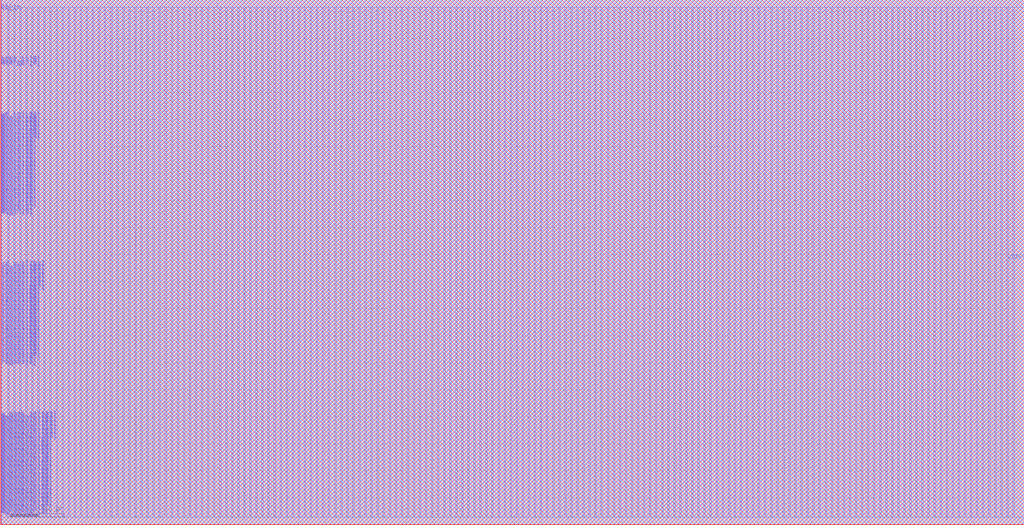
<source format=lef>
VERSION 5.7 ;
BUSBITCHARS "[]" ;
MACRO fakeram65_128x132
  FOREIGN fakeram65_128x132 0 0 ;
  SYMMETRY X Y R90 ;
  SIZE 189.300 BY 97.200 ;
  CLASS BLOCK ;
  PIN w_mask_in[0]
    DIRECTION INPUT ;
    USE SIGNAL ;
    SHAPE ABUTMENT ;
    PORT
      LAYER M3 ;
      RECT 0.000 1.365 0.070 1.435 ;
    END
  END w_mask_in[0]
  PIN w_mask_in[1]
    DIRECTION INPUT ;
    USE SIGNAL ;
    SHAPE ABUTMENT ;
    PORT
      LAYER M3 ;
      RECT 0.000 1.505 0.070 1.575 ;
    END
  END w_mask_in[1]
  PIN w_mask_in[2]
    DIRECTION INPUT ;
    USE SIGNAL ;
    SHAPE ABUTMENT ;
    PORT
      LAYER M3 ;
      RECT 0.000 1.645 0.070 1.715 ;
    END
  END w_mask_in[2]
  PIN w_mask_in[3]
    DIRECTION INPUT ;
    USE SIGNAL ;
    SHAPE ABUTMENT ;
    PORT
      LAYER M3 ;
      RECT 0.000 1.785 0.070 1.855 ;
    END
  END w_mask_in[3]
  PIN w_mask_in[4]
    DIRECTION INPUT ;
    USE SIGNAL ;
    SHAPE ABUTMENT ;
    PORT
      LAYER M3 ;
      RECT 0.000 1.925 0.070 1.995 ;
    END
  END w_mask_in[4]
  PIN w_mask_in[5]
    DIRECTION INPUT ;
    USE SIGNAL ;
    SHAPE ABUTMENT ;
    PORT
      LAYER M3 ;
      RECT 0.000 2.065 0.070 2.135 ;
    END
  END w_mask_in[5]
  PIN w_mask_in[6]
    DIRECTION INPUT ;
    USE SIGNAL ;
    SHAPE ABUTMENT ;
    PORT
      LAYER M3 ;
      RECT 0.000 2.205 0.070 2.275 ;
    END
  END w_mask_in[6]
  PIN w_mask_in[7]
    DIRECTION INPUT ;
    USE SIGNAL ;
    SHAPE ABUTMENT ;
    PORT
      LAYER M3 ;
      RECT 0.000 2.345 0.070 2.415 ;
    END
  END w_mask_in[7]
  PIN w_mask_in[8]
    DIRECTION INPUT ;
    USE SIGNAL ;
    SHAPE ABUTMENT ;
    PORT
      LAYER M3 ;
      RECT 0.000 2.485 0.070 2.555 ;
    END
  END w_mask_in[8]
  PIN w_mask_in[9]
    DIRECTION INPUT ;
    USE SIGNAL ;
    SHAPE ABUTMENT ;
    PORT
      LAYER M3 ;
      RECT 0.000 2.625 0.070 2.695 ;
    END
  END w_mask_in[9]
  PIN w_mask_in[10]
    DIRECTION INPUT ;
    USE SIGNAL ;
    SHAPE ABUTMENT ;
    PORT
      LAYER M3 ;
      RECT 0.000 2.765 0.070 2.835 ;
    END
  END w_mask_in[10]
  PIN w_mask_in[11]
    DIRECTION INPUT ;
    USE SIGNAL ;
    SHAPE ABUTMENT ;
    PORT
      LAYER M3 ;
      RECT 0.000 2.905 0.070 2.975 ;
    END
  END w_mask_in[11]
  PIN w_mask_in[12]
    DIRECTION INPUT ;
    USE SIGNAL ;
    SHAPE ABUTMENT ;
    PORT
      LAYER M3 ;
      RECT 0.000 3.045 0.070 3.115 ;
    END
  END w_mask_in[12]
  PIN w_mask_in[13]
    DIRECTION INPUT ;
    USE SIGNAL ;
    SHAPE ABUTMENT ;
    PORT
      LAYER M3 ;
      RECT 0.000 3.185 0.070 3.255 ;
    END
  END w_mask_in[13]
  PIN w_mask_in[14]
    DIRECTION INPUT ;
    USE SIGNAL ;
    SHAPE ABUTMENT ;
    PORT
      LAYER M3 ;
      RECT 0.000 3.325 0.070 3.395 ;
    END
  END w_mask_in[14]
  PIN w_mask_in[15]
    DIRECTION INPUT ;
    USE SIGNAL ;
    SHAPE ABUTMENT ;
    PORT
      LAYER M3 ;
      RECT 0.000 3.465 0.070 3.535 ;
    END
  END w_mask_in[15]
  PIN w_mask_in[16]
    DIRECTION INPUT ;
    USE SIGNAL ;
    SHAPE ABUTMENT ;
    PORT
      LAYER M3 ;
      RECT 0.000 3.605 0.070 3.675 ;
    END
  END w_mask_in[16]
  PIN w_mask_in[17]
    DIRECTION INPUT ;
    USE SIGNAL ;
    SHAPE ABUTMENT ;
    PORT
      LAYER M3 ;
      RECT 0.000 3.745 0.070 3.815 ;
    END
  END w_mask_in[17]
  PIN w_mask_in[18]
    DIRECTION INPUT ;
    USE SIGNAL ;
    SHAPE ABUTMENT ;
    PORT
      LAYER M3 ;
      RECT 0.000 3.885 0.070 3.955 ;
    END
  END w_mask_in[18]
  PIN w_mask_in[19]
    DIRECTION INPUT ;
    USE SIGNAL ;
    SHAPE ABUTMENT ;
    PORT
      LAYER M3 ;
      RECT 0.000 4.025 0.070 4.095 ;
    END
  END w_mask_in[19]
  PIN w_mask_in[20]
    DIRECTION INPUT ;
    USE SIGNAL ;
    SHAPE ABUTMENT ;
    PORT
      LAYER M3 ;
      RECT 0.000 4.165 0.070 4.235 ;
    END
  END w_mask_in[20]
  PIN w_mask_in[21]
    DIRECTION INPUT ;
    USE SIGNAL ;
    SHAPE ABUTMENT ;
    PORT
      LAYER M3 ;
      RECT 0.000 4.305 0.070 4.375 ;
    END
  END w_mask_in[21]
  PIN w_mask_in[22]
    DIRECTION INPUT ;
    USE SIGNAL ;
    SHAPE ABUTMENT ;
    PORT
      LAYER M3 ;
      RECT 0.000 4.445 0.070 4.515 ;
    END
  END w_mask_in[22]
  PIN w_mask_in[23]
    DIRECTION INPUT ;
    USE SIGNAL ;
    SHAPE ABUTMENT ;
    PORT
      LAYER M3 ;
      RECT 0.000 4.585 0.070 4.655 ;
    END
  END w_mask_in[23]
  PIN w_mask_in[24]
    DIRECTION INPUT ;
    USE SIGNAL ;
    SHAPE ABUTMENT ;
    PORT
      LAYER M3 ;
      RECT 0.000 4.725 0.070 4.795 ;
    END
  END w_mask_in[24]
  PIN w_mask_in[25]
    DIRECTION INPUT ;
    USE SIGNAL ;
    SHAPE ABUTMENT ;
    PORT
      LAYER M3 ;
      RECT 0.000 4.865 0.070 4.935 ;
    END
  END w_mask_in[25]
  PIN w_mask_in[26]
    DIRECTION INPUT ;
    USE SIGNAL ;
    SHAPE ABUTMENT ;
    PORT
      LAYER M3 ;
      RECT 0.000 5.005 0.070 5.075 ;
    END
  END w_mask_in[26]
  PIN w_mask_in[27]
    DIRECTION INPUT ;
    USE SIGNAL ;
    SHAPE ABUTMENT ;
    PORT
      LAYER M3 ;
      RECT 0.000 5.145 0.070 5.215 ;
    END
  END w_mask_in[27]
  PIN w_mask_in[28]
    DIRECTION INPUT ;
    USE SIGNAL ;
    SHAPE ABUTMENT ;
    PORT
      LAYER M3 ;
      RECT 0.000 5.285 0.070 5.355 ;
    END
  END w_mask_in[28]
  PIN w_mask_in[29]
    DIRECTION INPUT ;
    USE SIGNAL ;
    SHAPE ABUTMENT ;
    PORT
      LAYER M3 ;
      RECT 0.000 5.425 0.070 5.495 ;
    END
  END w_mask_in[29]
  PIN w_mask_in[30]
    DIRECTION INPUT ;
    USE SIGNAL ;
    SHAPE ABUTMENT ;
    PORT
      LAYER M3 ;
      RECT 0.000 5.565 0.070 5.635 ;
    END
  END w_mask_in[30]
  PIN w_mask_in[31]
    DIRECTION INPUT ;
    USE SIGNAL ;
    SHAPE ABUTMENT ;
    PORT
      LAYER M3 ;
      RECT 0.000 5.705 0.070 5.775 ;
    END
  END w_mask_in[31]
  PIN w_mask_in[32]
    DIRECTION INPUT ;
    USE SIGNAL ;
    SHAPE ABUTMENT ;
    PORT
      LAYER M3 ;
      RECT 0.000 5.845 0.070 5.915 ;
    END
  END w_mask_in[32]
  PIN w_mask_in[33]
    DIRECTION INPUT ;
    USE SIGNAL ;
    SHAPE ABUTMENT ;
    PORT
      LAYER M3 ;
      RECT 0.000 5.985 0.070 6.055 ;
    END
  END w_mask_in[33]
  PIN w_mask_in[34]
    DIRECTION INPUT ;
    USE SIGNAL ;
    SHAPE ABUTMENT ;
    PORT
      LAYER M3 ;
      RECT 0.000 6.125 0.070 6.195 ;
    END
  END w_mask_in[34]
  PIN w_mask_in[35]
    DIRECTION INPUT ;
    USE SIGNAL ;
    SHAPE ABUTMENT ;
    PORT
      LAYER M3 ;
      RECT 0.000 6.265 0.070 6.335 ;
    END
  END w_mask_in[35]
  PIN w_mask_in[36]
    DIRECTION INPUT ;
    USE SIGNAL ;
    SHAPE ABUTMENT ;
    PORT
      LAYER M3 ;
      RECT 0.000 6.405 0.070 6.475 ;
    END
  END w_mask_in[36]
  PIN w_mask_in[37]
    DIRECTION INPUT ;
    USE SIGNAL ;
    SHAPE ABUTMENT ;
    PORT
      LAYER M3 ;
      RECT 0.000 6.545 0.070 6.615 ;
    END
  END w_mask_in[37]
  PIN w_mask_in[38]
    DIRECTION INPUT ;
    USE SIGNAL ;
    SHAPE ABUTMENT ;
    PORT
      LAYER M3 ;
      RECT 0.000 6.685 0.070 6.755 ;
    END
  END w_mask_in[38]
  PIN w_mask_in[39]
    DIRECTION INPUT ;
    USE SIGNAL ;
    SHAPE ABUTMENT ;
    PORT
      LAYER M3 ;
      RECT 0.000 6.825 0.070 6.895 ;
    END
  END w_mask_in[39]
  PIN w_mask_in[40]
    DIRECTION INPUT ;
    USE SIGNAL ;
    SHAPE ABUTMENT ;
    PORT
      LAYER M3 ;
      RECT 0.000 6.965 0.070 7.035 ;
    END
  END w_mask_in[40]
  PIN w_mask_in[41]
    DIRECTION INPUT ;
    USE SIGNAL ;
    SHAPE ABUTMENT ;
    PORT
      LAYER M3 ;
      RECT 0.000 7.105 0.070 7.175 ;
    END
  END w_mask_in[41]
  PIN w_mask_in[42]
    DIRECTION INPUT ;
    USE SIGNAL ;
    SHAPE ABUTMENT ;
    PORT
      LAYER M3 ;
      RECT 0.000 7.245 0.070 7.315 ;
    END
  END w_mask_in[42]
  PIN w_mask_in[43]
    DIRECTION INPUT ;
    USE SIGNAL ;
    SHAPE ABUTMENT ;
    PORT
      LAYER M3 ;
      RECT 0.000 7.385 0.070 7.455 ;
    END
  END w_mask_in[43]
  PIN w_mask_in[44]
    DIRECTION INPUT ;
    USE SIGNAL ;
    SHAPE ABUTMENT ;
    PORT
      LAYER M3 ;
      RECT 0.000 7.525 0.070 7.595 ;
    END
  END w_mask_in[44]
  PIN w_mask_in[45]
    DIRECTION INPUT ;
    USE SIGNAL ;
    SHAPE ABUTMENT ;
    PORT
      LAYER M3 ;
      RECT 0.000 7.665 0.070 7.735 ;
    END
  END w_mask_in[45]
  PIN w_mask_in[46]
    DIRECTION INPUT ;
    USE SIGNAL ;
    SHAPE ABUTMENT ;
    PORT
      LAYER M3 ;
      RECT 0.000 7.805 0.070 7.875 ;
    END
  END w_mask_in[46]
  PIN w_mask_in[47]
    DIRECTION INPUT ;
    USE SIGNAL ;
    SHAPE ABUTMENT ;
    PORT
      LAYER M3 ;
      RECT 0.000 7.945 0.070 8.015 ;
    END
  END w_mask_in[47]
  PIN w_mask_in[48]
    DIRECTION INPUT ;
    USE SIGNAL ;
    SHAPE ABUTMENT ;
    PORT
      LAYER M3 ;
      RECT 0.000 8.085 0.070 8.155 ;
    END
  END w_mask_in[48]
  PIN w_mask_in[49]
    DIRECTION INPUT ;
    USE SIGNAL ;
    SHAPE ABUTMENT ;
    PORT
      LAYER M3 ;
      RECT 0.000 8.225 0.070 8.295 ;
    END
  END w_mask_in[49]
  PIN w_mask_in[50]
    DIRECTION INPUT ;
    USE SIGNAL ;
    SHAPE ABUTMENT ;
    PORT
      LAYER M3 ;
      RECT 0.000 8.365 0.070 8.435 ;
    END
  END w_mask_in[50]
  PIN w_mask_in[51]
    DIRECTION INPUT ;
    USE SIGNAL ;
    SHAPE ABUTMENT ;
    PORT
      LAYER M3 ;
      RECT 0.000 8.505 0.070 8.575 ;
    END
  END w_mask_in[51]
  PIN w_mask_in[52]
    DIRECTION INPUT ;
    USE SIGNAL ;
    SHAPE ABUTMENT ;
    PORT
      LAYER M3 ;
      RECT 0.000 8.645 0.070 8.715 ;
    END
  END w_mask_in[52]
  PIN w_mask_in[53]
    DIRECTION INPUT ;
    USE SIGNAL ;
    SHAPE ABUTMENT ;
    PORT
      LAYER M3 ;
      RECT 0.000 8.785 0.070 8.855 ;
    END
  END w_mask_in[53]
  PIN w_mask_in[54]
    DIRECTION INPUT ;
    USE SIGNAL ;
    SHAPE ABUTMENT ;
    PORT
      LAYER M3 ;
      RECT 0.000 8.925 0.070 8.995 ;
    END
  END w_mask_in[54]
  PIN w_mask_in[55]
    DIRECTION INPUT ;
    USE SIGNAL ;
    SHAPE ABUTMENT ;
    PORT
      LAYER M3 ;
      RECT 0.000 9.065 0.070 9.135 ;
    END
  END w_mask_in[55]
  PIN w_mask_in[56]
    DIRECTION INPUT ;
    USE SIGNAL ;
    SHAPE ABUTMENT ;
    PORT
      LAYER M3 ;
      RECT 0.000 9.205 0.070 9.275 ;
    END
  END w_mask_in[56]
  PIN w_mask_in[57]
    DIRECTION INPUT ;
    USE SIGNAL ;
    SHAPE ABUTMENT ;
    PORT
      LAYER M3 ;
      RECT 0.000 9.345 0.070 9.415 ;
    END
  END w_mask_in[57]
  PIN w_mask_in[58]
    DIRECTION INPUT ;
    USE SIGNAL ;
    SHAPE ABUTMENT ;
    PORT
      LAYER M3 ;
      RECT 0.000 9.485 0.070 9.555 ;
    END
  END w_mask_in[58]
  PIN w_mask_in[59]
    DIRECTION INPUT ;
    USE SIGNAL ;
    SHAPE ABUTMENT ;
    PORT
      LAYER M3 ;
      RECT 0.000 9.625 0.070 9.695 ;
    END
  END w_mask_in[59]
  PIN w_mask_in[60]
    DIRECTION INPUT ;
    USE SIGNAL ;
    SHAPE ABUTMENT ;
    PORT
      LAYER M3 ;
      RECT 0.000 9.765 0.070 9.835 ;
    END
  END w_mask_in[60]
  PIN w_mask_in[61]
    DIRECTION INPUT ;
    USE SIGNAL ;
    SHAPE ABUTMENT ;
    PORT
      LAYER M3 ;
      RECT 0.000 9.905 0.070 9.975 ;
    END
  END w_mask_in[61]
  PIN w_mask_in[62]
    DIRECTION INPUT ;
    USE SIGNAL ;
    SHAPE ABUTMENT ;
    PORT
      LAYER M3 ;
      RECT 0.000 10.045 0.070 10.115 ;
    END
  END w_mask_in[62]
  PIN w_mask_in[63]
    DIRECTION INPUT ;
    USE SIGNAL ;
    SHAPE ABUTMENT ;
    PORT
      LAYER M3 ;
      RECT 0.000 10.185 0.070 10.255 ;
    END
  END w_mask_in[63]
  PIN w_mask_in[64]
    DIRECTION INPUT ;
    USE SIGNAL ;
    SHAPE ABUTMENT ;
    PORT
      LAYER M3 ;
      RECT 0.000 10.325 0.070 10.395 ;
    END
  END w_mask_in[64]
  PIN w_mask_in[65]
    DIRECTION INPUT ;
    USE SIGNAL ;
    SHAPE ABUTMENT ;
    PORT
      LAYER M3 ;
      RECT 0.000 10.465 0.070 10.535 ;
    END
  END w_mask_in[65]
  PIN w_mask_in[66]
    DIRECTION INPUT ;
    USE SIGNAL ;
    SHAPE ABUTMENT ;
    PORT
      LAYER M3 ;
      RECT 0.000 10.605 0.070 10.675 ;
    END
  END w_mask_in[66]
  PIN w_mask_in[67]
    DIRECTION INPUT ;
    USE SIGNAL ;
    SHAPE ABUTMENT ;
    PORT
      LAYER M3 ;
      RECT 0.000 10.745 0.070 10.815 ;
    END
  END w_mask_in[67]
  PIN w_mask_in[68]
    DIRECTION INPUT ;
    USE SIGNAL ;
    SHAPE ABUTMENT ;
    PORT
      LAYER M3 ;
      RECT 0.000 10.885 0.070 10.955 ;
    END
  END w_mask_in[68]
  PIN w_mask_in[69]
    DIRECTION INPUT ;
    USE SIGNAL ;
    SHAPE ABUTMENT ;
    PORT
      LAYER M3 ;
      RECT 0.000 11.025 0.070 11.095 ;
    END
  END w_mask_in[69]
  PIN w_mask_in[70]
    DIRECTION INPUT ;
    USE SIGNAL ;
    SHAPE ABUTMENT ;
    PORT
      LAYER M3 ;
      RECT 0.000 11.165 0.070 11.235 ;
    END
  END w_mask_in[70]
  PIN w_mask_in[71]
    DIRECTION INPUT ;
    USE SIGNAL ;
    SHAPE ABUTMENT ;
    PORT
      LAYER M3 ;
      RECT 0.000 11.305 0.070 11.375 ;
    END
  END w_mask_in[71]
  PIN w_mask_in[72]
    DIRECTION INPUT ;
    USE SIGNAL ;
    SHAPE ABUTMENT ;
    PORT
      LAYER M3 ;
      RECT 0.000 11.445 0.070 11.515 ;
    END
  END w_mask_in[72]
  PIN w_mask_in[73]
    DIRECTION INPUT ;
    USE SIGNAL ;
    SHAPE ABUTMENT ;
    PORT
      LAYER M3 ;
      RECT 0.000 11.585 0.070 11.655 ;
    END
  END w_mask_in[73]
  PIN w_mask_in[74]
    DIRECTION INPUT ;
    USE SIGNAL ;
    SHAPE ABUTMENT ;
    PORT
      LAYER M3 ;
      RECT 0.000 11.725 0.070 11.795 ;
    END
  END w_mask_in[74]
  PIN w_mask_in[75]
    DIRECTION INPUT ;
    USE SIGNAL ;
    SHAPE ABUTMENT ;
    PORT
      LAYER M3 ;
      RECT 0.000 11.865 0.070 11.935 ;
    END
  END w_mask_in[75]
  PIN w_mask_in[76]
    DIRECTION INPUT ;
    USE SIGNAL ;
    SHAPE ABUTMENT ;
    PORT
      LAYER M3 ;
      RECT 0.000 12.005 0.070 12.075 ;
    END
  END w_mask_in[76]
  PIN w_mask_in[77]
    DIRECTION INPUT ;
    USE SIGNAL ;
    SHAPE ABUTMENT ;
    PORT
      LAYER M3 ;
      RECT 0.000 12.145 0.070 12.215 ;
    END
  END w_mask_in[77]
  PIN w_mask_in[78]
    DIRECTION INPUT ;
    USE SIGNAL ;
    SHAPE ABUTMENT ;
    PORT
      LAYER M3 ;
      RECT 0.000 12.285 0.070 12.355 ;
    END
  END w_mask_in[78]
  PIN w_mask_in[79]
    DIRECTION INPUT ;
    USE SIGNAL ;
    SHAPE ABUTMENT ;
    PORT
      LAYER M3 ;
      RECT 0.000 12.425 0.070 12.495 ;
    END
  END w_mask_in[79]
  PIN w_mask_in[80]
    DIRECTION INPUT ;
    USE SIGNAL ;
    SHAPE ABUTMENT ;
    PORT
      LAYER M3 ;
      RECT 0.000 12.565 0.070 12.635 ;
    END
  END w_mask_in[80]
  PIN w_mask_in[81]
    DIRECTION INPUT ;
    USE SIGNAL ;
    SHAPE ABUTMENT ;
    PORT
      LAYER M3 ;
      RECT 0.000 12.705 0.070 12.775 ;
    END
  END w_mask_in[81]
  PIN w_mask_in[82]
    DIRECTION INPUT ;
    USE SIGNAL ;
    SHAPE ABUTMENT ;
    PORT
      LAYER M3 ;
      RECT 0.000 12.845 0.070 12.915 ;
    END
  END w_mask_in[82]
  PIN w_mask_in[83]
    DIRECTION INPUT ;
    USE SIGNAL ;
    SHAPE ABUTMENT ;
    PORT
      LAYER M3 ;
      RECT 0.000 12.985 0.070 13.055 ;
    END
  END w_mask_in[83]
  PIN w_mask_in[84]
    DIRECTION INPUT ;
    USE SIGNAL ;
    SHAPE ABUTMENT ;
    PORT
      LAYER M3 ;
      RECT 0.000 13.125 0.070 13.195 ;
    END
  END w_mask_in[84]
  PIN w_mask_in[85]
    DIRECTION INPUT ;
    USE SIGNAL ;
    SHAPE ABUTMENT ;
    PORT
      LAYER M3 ;
      RECT 0.000 13.265 0.070 13.335 ;
    END
  END w_mask_in[85]
  PIN w_mask_in[86]
    DIRECTION INPUT ;
    USE SIGNAL ;
    SHAPE ABUTMENT ;
    PORT
      LAYER M3 ;
      RECT 0.000 13.405 0.070 13.475 ;
    END
  END w_mask_in[86]
  PIN w_mask_in[87]
    DIRECTION INPUT ;
    USE SIGNAL ;
    SHAPE ABUTMENT ;
    PORT
      LAYER M3 ;
      RECT 0.000 13.545 0.070 13.615 ;
    END
  END w_mask_in[87]
  PIN w_mask_in[88]
    DIRECTION INPUT ;
    USE SIGNAL ;
    SHAPE ABUTMENT ;
    PORT
      LAYER M3 ;
      RECT 0.000 13.685 0.070 13.755 ;
    END
  END w_mask_in[88]
  PIN w_mask_in[89]
    DIRECTION INPUT ;
    USE SIGNAL ;
    SHAPE ABUTMENT ;
    PORT
      LAYER M3 ;
      RECT 0.000 13.825 0.070 13.895 ;
    END
  END w_mask_in[89]
  PIN w_mask_in[90]
    DIRECTION INPUT ;
    USE SIGNAL ;
    SHAPE ABUTMENT ;
    PORT
      LAYER M3 ;
      RECT 0.000 13.965 0.070 14.035 ;
    END
  END w_mask_in[90]
  PIN w_mask_in[91]
    DIRECTION INPUT ;
    USE SIGNAL ;
    SHAPE ABUTMENT ;
    PORT
      LAYER M3 ;
      RECT 0.000 14.105 0.070 14.175 ;
    END
  END w_mask_in[91]
  PIN w_mask_in[92]
    DIRECTION INPUT ;
    USE SIGNAL ;
    SHAPE ABUTMENT ;
    PORT
      LAYER M3 ;
      RECT 0.000 14.245 0.070 14.315 ;
    END
  END w_mask_in[92]
  PIN w_mask_in[93]
    DIRECTION INPUT ;
    USE SIGNAL ;
    SHAPE ABUTMENT ;
    PORT
      LAYER M3 ;
      RECT 0.000 14.385 0.070 14.455 ;
    END
  END w_mask_in[93]
  PIN w_mask_in[94]
    DIRECTION INPUT ;
    USE SIGNAL ;
    SHAPE ABUTMENT ;
    PORT
      LAYER M3 ;
      RECT 0.000 14.525 0.070 14.595 ;
    END
  END w_mask_in[94]
  PIN w_mask_in[95]
    DIRECTION INPUT ;
    USE SIGNAL ;
    SHAPE ABUTMENT ;
    PORT
      LAYER M3 ;
      RECT 0.000 14.665 0.070 14.735 ;
    END
  END w_mask_in[95]
  PIN w_mask_in[96]
    DIRECTION INPUT ;
    USE SIGNAL ;
    SHAPE ABUTMENT ;
    PORT
      LAYER M3 ;
      RECT 0.000 14.805 0.070 14.875 ;
    END
  END w_mask_in[96]
  PIN w_mask_in[97]
    DIRECTION INPUT ;
    USE SIGNAL ;
    SHAPE ABUTMENT ;
    PORT
      LAYER M3 ;
      RECT 0.000 14.945 0.070 15.015 ;
    END
  END w_mask_in[97]
  PIN w_mask_in[98]
    DIRECTION INPUT ;
    USE SIGNAL ;
    SHAPE ABUTMENT ;
    PORT
      LAYER M3 ;
      RECT 0.000 15.085 0.070 15.155 ;
    END
  END w_mask_in[98]
  PIN w_mask_in[99]
    DIRECTION INPUT ;
    USE SIGNAL ;
    SHAPE ABUTMENT ;
    PORT
      LAYER M3 ;
      RECT 0.000 15.225 0.070 15.295 ;
    END
  END w_mask_in[99]
  PIN w_mask_in[100]
    DIRECTION INPUT ;
    USE SIGNAL ;
    SHAPE ABUTMENT ;
    PORT
      LAYER M3 ;
      RECT 0.000 15.365 0.070 15.435 ;
    END
  END w_mask_in[100]
  PIN w_mask_in[101]
    DIRECTION INPUT ;
    USE SIGNAL ;
    SHAPE ABUTMENT ;
    PORT
      LAYER M3 ;
      RECT 0.000 15.505 0.070 15.575 ;
    END
  END w_mask_in[101]
  PIN w_mask_in[102]
    DIRECTION INPUT ;
    USE SIGNAL ;
    SHAPE ABUTMENT ;
    PORT
      LAYER M3 ;
      RECT 0.000 15.645 0.070 15.715 ;
    END
  END w_mask_in[102]
  PIN w_mask_in[103]
    DIRECTION INPUT ;
    USE SIGNAL ;
    SHAPE ABUTMENT ;
    PORT
      LAYER M3 ;
      RECT 0.000 15.785 0.070 15.855 ;
    END
  END w_mask_in[103]
  PIN w_mask_in[104]
    DIRECTION INPUT ;
    USE SIGNAL ;
    SHAPE ABUTMENT ;
    PORT
      LAYER M3 ;
      RECT 0.000 15.925 0.070 15.995 ;
    END
  END w_mask_in[104]
  PIN w_mask_in[105]
    DIRECTION INPUT ;
    USE SIGNAL ;
    SHAPE ABUTMENT ;
    PORT
      LAYER M3 ;
      RECT 0.000 16.065 0.070 16.135 ;
    END
  END w_mask_in[105]
  PIN w_mask_in[106]
    DIRECTION INPUT ;
    USE SIGNAL ;
    SHAPE ABUTMENT ;
    PORT
      LAYER M3 ;
      RECT 0.000 16.205 0.070 16.275 ;
    END
  END w_mask_in[106]
  PIN w_mask_in[107]
    DIRECTION INPUT ;
    USE SIGNAL ;
    SHAPE ABUTMENT ;
    PORT
      LAYER M3 ;
      RECT 0.000 16.345 0.070 16.415 ;
    END
  END w_mask_in[107]
  PIN w_mask_in[108]
    DIRECTION INPUT ;
    USE SIGNAL ;
    SHAPE ABUTMENT ;
    PORT
      LAYER M3 ;
      RECT 0.000 16.485 0.070 16.555 ;
    END
  END w_mask_in[108]
  PIN w_mask_in[109]
    DIRECTION INPUT ;
    USE SIGNAL ;
    SHAPE ABUTMENT ;
    PORT
      LAYER M3 ;
      RECT 0.000 16.625 0.070 16.695 ;
    END
  END w_mask_in[109]
  PIN w_mask_in[110]
    DIRECTION INPUT ;
    USE SIGNAL ;
    SHAPE ABUTMENT ;
    PORT
      LAYER M3 ;
      RECT 0.000 16.765 0.070 16.835 ;
    END
  END w_mask_in[110]
  PIN w_mask_in[111]
    DIRECTION INPUT ;
    USE SIGNAL ;
    SHAPE ABUTMENT ;
    PORT
      LAYER M3 ;
      RECT 0.000 16.905 0.070 16.975 ;
    END
  END w_mask_in[111]
  PIN w_mask_in[112]
    DIRECTION INPUT ;
    USE SIGNAL ;
    SHAPE ABUTMENT ;
    PORT
      LAYER M3 ;
      RECT 0.000 17.045 0.070 17.115 ;
    END
  END w_mask_in[112]
  PIN w_mask_in[113]
    DIRECTION INPUT ;
    USE SIGNAL ;
    SHAPE ABUTMENT ;
    PORT
      LAYER M3 ;
      RECT 0.000 17.185 0.070 17.255 ;
    END
  END w_mask_in[113]
  PIN w_mask_in[114]
    DIRECTION INPUT ;
    USE SIGNAL ;
    SHAPE ABUTMENT ;
    PORT
      LAYER M3 ;
      RECT 0.000 17.325 0.070 17.395 ;
    END
  END w_mask_in[114]
  PIN w_mask_in[115]
    DIRECTION INPUT ;
    USE SIGNAL ;
    SHAPE ABUTMENT ;
    PORT
      LAYER M3 ;
      RECT 0.000 17.465 0.070 17.535 ;
    END
  END w_mask_in[115]
  PIN w_mask_in[116]
    DIRECTION INPUT ;
    USE SIGNAL ;
    SHAPE ABUTMENT ;
    PORT
      LAYER M3 ;
      RECT 0.000 17.605 0.070 17.675 ;
    END
  END w_mask_in[116]
  PIN w_mask_in[117]
    DIRECTION INPUT ;
    USE SIGNAL ;
    SHAPE ABUTMENT ;
    PORT
      LAYER M3 ;
      RECT 0.000 17.745 0.070 17.815 ;
    END
  END w_mask_in[117]
  PIN w_mask_in[118]
    DIRECTION INPUT ;
    USE SIGNAL ;
    SHAPE ABUTMENT ;
    PORT
      LAYER M3 ;
      RECT 0.000 17.885 0.070 17.955 ;
    END
  END w_mask_in[118]
  PIN w_mask_in[119]
    DIRECTION INPUT ;
    USE SIGNAL ;
    SHAPE ABUTMENT ;
    PORT
      LAYER M3 ;
      RECT 0.000 18.025 0.070 18.095 ;
    END
  END w_mask_in[119]
  PIN w_mask_in[120]
    DIRECTION INPUT ;
    USE SIGNAL ;
    SHAPE ABUTMENT ;
    PORT
      LAYER M3 ;
      RECT 0.000 18.165 0.070 18.235 ;
    END
  END w_mask_in[120]
  PIN w_mask_in[121]
    DIRECTION INPUT ;
    USE SIGNAL ;
    SHAPE ABUTMENT ;
    PORT
      LAYER M3 ;
      RECT 0.000 18.305 0.070 18.375 ;
    END
  END w_mask_in[121]
  PIN w_mask_in[122]
    DIRECTION INPUT ;
    USE SIGNAL ;
    SHAPE ABUTMENT ;
    PORT
      LAYER M3 ;
      RECT 0.000 18.445 0.070 18.515 ;
    END
  END w_mask_in[122]
  PIN w_mask_in[123]
    DIRECTION INPUT ;
    USE SIGNAL ;
    SHAPE ABUTMENT ;
    PORT
      LAYER M3 ;
      RECT 0.000 18.585 0.070 18.655 ;
    END
  END w_mask_in[123]
  PIN w_mask_in[124]
    DIRECTION INPUT ;
    USE SIGNAL ;
    SHAPE ABUTMENT ;
    PORT
      LAYER M3 ;
      RECT 0.000 18.725 0.070 18.795 ;
    END
  END w_mask_in[124]
  PIN w_mask_in[125]
    DIRECTION INPUT ;
    USE SIGNAL ;
    SHAPE ABUTMENT ;
    PORT
      LAYER M3 ;
      RECT 0.000 18.865 0.070 18.935 ;
    END
  END w_mask_in[125]
  PIN w_mask_in[126]
    DIRECTION INPUT ;
    USE SIGNAL ;
    SHAPE ABUTMENT ;
    PORT
      LAYER M3 ;
      RECT 0.000 19.005 0.070 19.075 ;
    END
  END w_mask_in[126]
  PIN w_mask_in[127]
    DIRECTION INPUT ;
    USE SIGNAL ;
    SHAPE ABUTMENT ;
    PORT
      LAYER M3 ;
      RECT 0.000 19.145 0.070 19.215 ;
    END
  END w_mask_in[127]
  PIN w_mask_in[128]
    DIRECTION INPUT ;
    USE SIGNAL ;
    SHAPE ABUTMENT ;
    PORT
      LAYER M3 ;
      RECT 0.000 19.285 0.070 19.355 ;
    END
  END w_mask_in[128]
  PIN w_mask_in[129]
    DIRECTION INPUT ;
    USE SIGNAL ;
    SHAPE ABUTMENT ;
    PORT
      LAYER M3 ;
      RECT 0.000 19.425 0.070 19.495 ;
    END
  END w_mask_in[129]
  PIN w_mask_in[130]
    DIRECTION INPUT ;
    USE SIGNAL ;
    SHAPE ABUTMENT ;
    PORT
      LAYER M3 ;
      RECT 0.000 19.565 0.070 19.635 ;
    END
  END w_mask_in[130]
  PIN w_mask_in[131]
    DIRECTION INPUT ;
    USE SIGNAL ;
    SHAPE ABUTMENT ;
    PORT
      LAYER M3 ;
      RECT 0.000 19.705 0.070 19.775 ;
    END
  END w_mask_in[131]
  PIN rd_out[0]
    DIRECTION OUTPUT ;
    USE SIGNAL ;
    SHAPE ABUTMENT ;
    PORT
      LAYER M3 ;
      RECT 0.000 29.085 0.070 29.155 ;
    END
  END rd_out[0]
  PIN rd_out[1]
    DIRECTION OUTPUT ;
    USE SIGNAL ;
    SHAPE ABUTMENT ;
    PORT
      LAYER M3 ;
      RECT 0.000 29.225 0.070 29.295 ;
    END
  END rd_out[1]
  PIN rd_out[2]
    DIRECTION OUTPUT ;
    USE SIGNAL ;
    SHAPE ABUTMENT ;
    PORT
      LAYER M3 ;
      RECT 0.000 29.365 0.070 29.435 ;
    END
  END rd_out[2]
  PIN rd_out[3]
    DIRECTION OUTPUT ;
    USE SIGNAL ;
    SHAPE ABUTMENT ;
    PORT
      LAYER M3 ;
      RECT 0.000 29.505 0.070 29.575 ;
    END
  END rd_out[3]
  PIN rd_out[4]
    DIRECTION OUTPUT ;
    USE SIGNAL ;
    SHAPE ABUTMENT ;
    PORT
      LAYER M3 ;
      RECT 0.000 29.645 0.070 29.715 ;
    END
  END rd_out[4]
  PIN rd_out[5]
    DIRECTION OUTPUT ;
    USE SIGNAL ;
    SHAPE ABUTMENT ;
    PORT
      LAYER M3 ;
      RECT 0.000 29.785 0.070 29.855 ;
    END
  END rd_out[5]
  PIN rd_out[6]
    DIRECTION OUTPUT ;
    USE SIGNAL ;
    SHAPE ABUTMENT ;
    PORT
      LAYER M3 ;
      RECT 0.000 29.925 0.070 29.995 ;
    END
  END rd_out[6]
  PIN rd_out[7]
    DIRECTION OUTPUT ;
    USE SIGNAL ;
    SHAPE ABUTMENT ;
    PORT
      LAYER M3 ;
      RECT 0.000 30.065 0.070 30.135 ;
    END
  END rd_out[7]
  PIN rd_out[8]
    DIRECTION OUTPUT ;
    USE SIGNAL ;
    SHAPE ABUTMENT ;
    PORT
      LAYER M3 ;
      RECT 0.000 30.205 0.070 30.275 ;
    END
  END rd_out[8]
  PIN rd_out[9]
    DIRECTION OUTPUT ;
    USE SIGNAL ;
    SHAPE ABUTMENT ;
    PORT
      LAYER M3 ;
      RECT 0.000 30.345 0.070 30.415 ;
    END
  END rd_out[9]
  PIN rd_out[10]
    DIRECTION OUTPUT ;
    USE SIGNAL ;
    SHAPE ABUTMENT ;
    PORT
      LAYER M3 ;
      RECT 0.000 30.485 0.070 30.555 ;
    END
  END rd_out[10]
  PIN rd_out[11]
    DIRECTION OUTPUT ;
    USE SIGNAL ;
    SHAPE ABUTMENT ;
    PORT
      LAYER M3 ;
      RECT 0.000 30.625 0.070 30.695 ;
    END
  END rd_out[11]
  PIN rd_out[12]
    DIRECTION OUTPUT ;
    USE SIGNAL ;
    SHAPE ABUTMENT ;
    PORT
      LAYER M3 ;
      RECT 0.000 30.765 0.070 30.835 ;
    END
  END rd_out[12]
  PIN rd_out[13]
    DIRECTION OUTPUT ;
    USE SIGNAL ;
    SHAPE ABUTMENT ;
    PORT
      LAYER M3 ;
      RECT 0.000 30.905 0.070 30.975 ;
    END
  END rd_out[13]
  PIN rd_out[14]
    DIRECTION OUTPUT ;
    USE SIGNAL ;
    SHAPE ABUTMENT ;
    PORT
      LAYER M3 ;
      RECT 0.000 31.045 0.070 31.115 ;
    END
  END rd_out[14]
  PIN rd_out[15]
    DIRECTION OUTPUT ;
    USE SIGNAL ;
    SHAPE ABUTMENT ;
    PORT
      LAYER M3 ;
      RECT 0.000 31.185 0.070 31.255 ;
    END
  END rd_out[15]
  PIN rd_out[16]
    DIRECTION OUTPUT ;
    USE SIGNAL ;
    SHAPE ABUTMENT ;
    PORT
      LAYER M3 ;
      RECT 0.000 31.325 0.070 31.395 ;
    END
  END rd_out[16]
  PIN rd_out[17]
    DIRECTION OUTPUT ;
    USE SIGNAL ;
    SHAPE ABUTMENT ;
    PORT
      LAYER M3 ;
      RECT 0.000 31.465 0.070 31.535 ;
    END
  END rd_out[17]
  PIN rd_out[18]
    DIRECTION OUTPUT ;
    USE SIGNAL ;
    SHAPE ABUTMENT ;
    PORT
      LAYER M3 ;
      RECT 0.000 31.605 0.070 31.675 ;
    END
  END rd_out[18]
  PIN rd_out[19]
    DIRECTION OUTPUT ;
    USE SIGNAL ;
    SHAPE ABUTMENT ;
    PORT
      LAYER M3 ;
      RECT 0.000 31.745 0.070 31.815 ;
    END
  END rd_out[19]
  PIN rd_out[20]
    DIRECTION OUTPUT ;
    USE SIGNAL ;
    SHAPE ABUTMENT ;
    PORT
      LAYER M3 ;
      RECT 0.000 31.885 0.070 31.955 ;
    END
  END rd_out[20]
  PIN rd_out[21]
    DIRECTION OUTPUT ;
    USE SIGNAL ;
    SHAPE ABUTMENT ;
    PORT
      LAYER M3 ;
      RECT 0.000 32.025 0.070 32.095 ;
    END
  END rd_out[21]
  PIN rd_out[22]
    DIRECTION OUTPUT ;
    USE SIGNAL ;
    SHAPE ABUTMENT ;
    PORT
      LAYER M3 ;
      RECT 0.000 32.165 0.070 32.235 ;
    END
  END rd_out[22]
  PIN rd_out[23]
    DIRECTION OUTPUT ;
    USE SIGNAL ;
    SHAPE ABUTMENT ;
    PORT
      LAYER M3 ;
      RECT 0.000 32.305 0.070 32.375 ;
    END
  END rd_out[23]
  PIN rd_out[24]
    DIRECTION OUTPUT ;
    USE SIGNAL ;
    SHAPE ABUTMENT ;
    PORT
      LAYER M3 ;
      RECT 0.000 32.445 0.070 32.515 ;
    END
  END rd_out[24]
  PIN rd_out[25]
    DIRECTION OUTPUT ;
    USE SIGNAL ;
    SHAPE ABUTMENT ;
    PORT
      LAYER M3 ;
      RECT 0.000 32.585 0.070 32.655 ;
    END
  END rd_out[25]
  PIN rd_out[26]
    DIRECTION OUTPUT ;
    USE SIGNAL ;
    SHAPE ABUTMENT ;
    PORT
      LAYER M3 ;
      RECT 0.000 32.725 0.070 32.795 ;
    END
  END rd_out[26]
  PIN rd_out[27]
    DIRECTION OUTPUT ;
    USE SIGNAL ;
    SHAPE ABUTMENT ;
    PORT
      LAYER M3 ;
      RECT 0.000 32.865 0.070 32.935 ;
    END
  END rd_out[27]
  PIN rd_out[28]
    DIRECTION OUTPUT ;
    USE SIGNAL ;
    SHAPE ABUTMENT ;
    PORT
      LAYER M3 ;
      RECT 0.000 33.005 0.070 33.075 ;
    END
  END rd_out[28]
  PIN rd_out[29]
    DIRECTION OUTPUT ;
    USE SIGNAL ;
    SHAPE ABUTMENT ;
    PORT
      LAYER M3 ;
      RECT 0.000 33.145 0.070 33.215 ;
    END
  END rd_out[29]
  PIN rd_out[30]
    DIRECTION OUTPUT ;
    USE SIGNAL ;
    SHAPE ABUTMENT ;
    PORT
      LAYER M3 ;
      RECT 0.000 33.285 0.070 33.355 ;
    END
  END rd_out[30]
  PIN rd_out[31]
    DIRECTION OUTPUT ;
    USE SIGNAL ;
    SHAPE ABUTMENT ;
    PORT
      LAYER M3 ;
      RECT 0.000 33.425 0.070 33.495 ;
    END
  END rd_out[31]
  PIN rd_out[32]
    DIRECTION OUTPUT ;
    USE SIGNAL ;
    SHAPE ABUTMENT ;
    PORT
      LAYER M3 ;
      RECT 0.000 33.565 0.070 33.635 ;
    END
  END rd_out[32]
  PIN rd_out[33]
    DIRECTION OUTPUT ;
    USE SIGNAL ;
    SHAPE ABUTMENT ;
    PORT
      LAYER M3 ;
      RECT 0.000 33.705 0.070 33.775 ;
    END
  END rd_out[33]
  PIN rd_out[34]
    DIRECTION OUTPUT ;
    USE SIGNAL ;
    SHAPE ABUTMENT ;
    PORT
      LAYER M3 ;
      RECT 0.000 33.845 0.070 33.915 ;
    END
  END rd_out[34]
  PIN rd_out[35]
    DIRECTION OUTPUT ;
    USE SIGNAL ;
    SHAPE ABUTMENT ;
    PORT
      LAYER M3 ;
      RECT 0.000 33.985 0.070 34.055 ;
    END
  END rd_out[35]
  PIN rd_out[36]
    DIRECTION OUTPUT ;
    USE SIGNAL ;
    SHAPE ABUTMENT ;
    PORT
      LAYER M3 ;
      RECT 0.000 34.125 0.070 34.195 ;
    END
  END rd_out[36]
  PIN rd_out[37]
    DIRECTION OUTPUT ;
    USE SIGNAL ;
    SHAPE ABUTMENT ;
    PORT
      LAYER M3 ;
      RECT 0.000 34.265 0.070 34.335 ;
    END
  END rd_out[37]
  PIN rd_out[38]
    DIRECTION OUTPUT ;
    USE SIGNAL ;
    SHAPE ABUTMENT ;
    PORT
      LAYER M3 ;
      RECT 0.000 34.405 0.070 34.475 ;
    END
  END rd_out[38]
  PIN rd_out[39]
    DIRECTION OUTPUT ;
    USE SIGNAL ;
    SHAPE ABUTMENT ;
    PORT
      LAYER M3 ;
      RECT 0.000 34.545 0.070 34.615 ;
    END
  END rd_out[39]
  PIN rd_out[40]
    DIRECTION OUTPUT ;
    USE SIGNAL ;
    SHAPE ABUTMENT ;
    PORT
      LAYER M3 ;
      RECT 0.000 34.685 0.070 34.755 ;
    END
  END rd_out[40]
  PIN rd_out[41]
    DIRECTION OUTPUT ;
    USE SIGNAL ;
    SHAPE ABUTMENT ;
    PORT
      LAYER M3 ;
      RECT 0.000 34.825 0.070 34.895 ;
    END
  END rd_out[41]
  PIN rd_out[42]
    DIRECTION OUTPUT ;
    USE SIGNAL ;
    SHAPE ABUTMENT ;
    PORT
      LAYER M3 ;
      RECT 0.000 34.965 0.070 35.035 ;
    END
  END rd_out[42]
  PIN rd_out[43]
    DIRECTION OUTPUT ;
    USE SIGNAL ;
    SHAPE ABUTMENT ;
    PORT
      LAYER M3 ;
      RECT 0.000 35.105 0.070 35.175 ;
    END
  END rd_out[43]
  PIN rd_out[44]
    DIRECTION OUTPUT ;
    USE SIGNAL ;
    SHAPE ABUTMENT ;
    PORT
      LAYER M3 ;
      RECT 0.000 35.245 0.070 35.315 ;
    END
  END rd_out[44]
  PIN rd_out[45]
    DIRECTION OUTPUT ;
    USE SIGNAL ;
    SHAPE ABUTMENT ;
    PORT
      LAYER M3 ;
      RECT 0.000 35.385 0.070 35.455 ;
    END
  END rd_out[45]
  PIN rd_out[46]
    DIRECTION OUTPUT ;
    USE SIGNAL ;
    SHAPE ABUTMENT ;
    PORT
      LAYER M3 ;
      RECT 0.000 35.525 0.070 35.595 ;
    END
  END rd_out[46]
  PIN rd_out[47]
    DIRECTION OUTPUT ;
    USE SIGNAL ;
    SHAPE ABUTMENT ;
    PORT
      LAYER M3 ;
      RECT 0.000 35.665 0.070 35.735 ;
    END
  END rd_out[47]
  PIN rd_out[48]
    DIRECTION OUTPUT ;
    USE SIGNAL ;
    SHAPE ABUTMENT ;
    PORT
      LAYER M3 ;
      RECT 0.000 35.805 0.070 35.875 ;
    END
  END rd_out[48]
  PIN rd_out[49]
    DIRECTION OUTPUT ;
    USE SIGNAL ;
    SHAPE ABUTMENT ;
    PORT
      LAYER M3 ;
      RECT 0.000 35.945 0.070 36.015 ;
    END
  END rd_out[49]
  PIN rd_out[50]
    DIRECTION OUTPUT ;
    USE SIGNAL ;
    SHAPE ABUTMENT ;
    PORT
      LAYER M3 ;
      RECT 0.000 36.085 0.070 36.155 ;
    END
  END rd_out[50]
  PIN rd_out[51]
    DIRECTION OUTPUT ;
    USE SIGNAL ;
    SHAPE ABUTMENT ;
    PORT
      LAYER M3 ;
      RECT 0.000 36.225 0.070 36.295 ;
    END
  END rd_out[51]
  PIN rd_out[52]
    DIRECTION OUTPUT ;
    USE SIGNAL ;
    SHAPE ABUTMENT ;
    PORT
      LAYER M3 ;
      RECT 0.000 36.365 0.070 36.435 ;
    END
  END rd_out[52]
  PIN rd_out[53]
    DIRECTION OUTPUT ;
    USE SIGNAL ;
    SHAPE ABUTMENT ;
    PORT
      LAYER M3 ;
      RECT 0.000 36.505 0.070 36.575 ;
    END
  END rd_out[53]
  PIN rd_out[54]
    DIRECTION OUTPUT ;
    USE SIGNAL ;
    SHAPE ABUTMENT ;
    PORT
      LAYER M3 ;
      RECT 0.000 36.645 0.070 36.715 ;
    END
  END rd_out[54]
  PIN rd_out[55]
    DIRECTION OUTPUT ;
    USE SIGNAL ;
    SHAPE ABUTMENT ;
    PORT
      LAYER M3 ;
      RECT 0.000 36.785 0.070 36.855 ;
    END
  END rd_out[55]
  PIN rd_out[56]
    DIRECTION OUTPUT ;
    USE SIGNAL ;
    SHAPE ABUTMENT ;
    PORT
      LAYER M3 ;
      RECT 0.000 36.925 0.070 36.995 ;
    END
  END rd_out[56]
  PIN rd_out[57]
    DIRECTION OUTPUT ;
    USE SIGNAL ;
    SHAPE ABUTMENT ;
    PORT
      LAYER M3 ;
      RECT 0.000 37.065 0.070 37.135 ;
    END
  END rd_out[57]
  PIN rd_out[58]
    DIRECTION OUTPUT ;
    USE SIGNAL ;
    SHAPE ABUTMENT ;
    PORT
      LAYER M3 ;
      RECT 0.000 37.205 0.070 37.275 ;
    END
  END rd_out[58]
  PIN rd_out[59]
    DIRECTION OUTPUT ;
    USE SIGNAL ;
    SHAPE ABUTMENT ;
    PORT
      LAYER M3 ;
      RECT 0.000 37.345 0.070 37.415 ;
    END
  END rd_out[59]
  PIN rd_out[60]
    DIRECTION OUTPUT ;
    USE SIGNAL ;
    SHAPE ABUTMENT ;
    PORT
      LAYER M3 ;
      RECT 0.000 37.485 0.070 37.555 ;
    END
  END rd_out[60]
  PIN rd_out[61]
    DIRECTION OUTPUT ;
    USE SIGNAL ;
    SHAPE ABUTMENT ;
    PORT
      LAYER M3 ;
      RECT 0.000 37.625 0.070 37.695 ;
    END
  END rd_out[61]
  PIN rd_out[62]
    DIRECTION OUTPUT ;
    USE SIGNAL ;
    SHAPE ABUTMENT ;
    PORT
      LAYER M3 ;
      RECT 0.000 37.765 0.070 37.835 ;
    END
  END rd_out[62]
  PIN rd_out[63]
    DIRECTION OUTPUT ;
    USE SIGNAL ;
    SHAPE ABUTMENT ;
    PORT
      LAYER M3 ;
      RECT 0.000 37.905 0.070 37.975 ;
    END
  END rd_out[63]
  PIN rd_out[64]
    DIRECTION OUTPUT ;
    USE SIGNAL ;
    SHAPE ABUTMENT ;
    PORT
      LAYER M3 ;
      RECT 0.000 38.045 0.070 38.115 ;
    END
  END rd_out[64]
  PIN rd_out[65]
    DIRECTION OUTPUT ;
    USE SIGNAL ;
    SHAPE ABUTMENT ;
    PORT
      LAYER M3 ;
      RECT 0.000 38.185 0.070 38.255 ;
    END
  END rd_out[65]
  PIN rd_out[66]
    DIRECTION OUTPUT ;
    USE SIGNAL ;
    SHAPE ABUTMENT ;
    PORT
      LAYER M3 ;
      RECT 0.000 38.325 0.070 38.395 ;
    END
  END rd_out[66]
  PIN rd_out[67]
    DIRECTION OUTPUT ;
    USE SIGNAL ;
    SHAPE ABUTMENT ;
    PORT
      LAYER M3 ;
      RECT 0.000 38.465 0.070 38.535 ;
    END
  END rd_out[67]
  PIN rd_out[68]
    DIRECTION OUTPUT ;
    USE SIGNAL ;
    SHAPE ABUTMENT ;
    PORT
      LAYER M3 ;
      RECT 0.000 38.605 0.070 38.675 ;
    END
  END rd_out[68]
  PIN rd_out[69]
    DIRECTION OUTPUT ;
    USE SIGNAL ;
    SHAPE ABUTMENT ;
    PORT
      LAYER M3 ;
      RECT 0.000 38.745 0.070 38.815 ;
    END
  END rd_out[69]
  PIN rd_out[70]
    DIRECTION OUTPUT ;
    USE SIGNAL ;
    SHAPE ABUTMENT ;
    PORT
      LAYER M3 ;
      RECT 0.000 38.885 0.070 38.955 ;
    END
  END rd_out[70]
  PIN rd_out[71]
    DIRECTION OUTPUT ;
    USE SIGNAL ;
    SHAPE ABUTMENT ;
    PORT
      LAYER M3 ;
      RECT 0.000 39.025 0.070 39.095 ;
    END
  END rd_out[71]
  PIN rd_out[72]
    DIRECTION OUTPUT ;
    USE SIGNAL ;
    SHAPE ABUTMENT ;
    PORT
      LAYER M3 ;
      RECT 0.000 39.165 0.070 39.235 ;
    END
  END rd_out[72]
  PIN rd_out[73]
    DIRECTION OUTPUT ;
    USE SIGNAL ;
    SHAPE ABUTMENT ;
    PORT
      LAYER M3 ;
      RECT 0.000 39.305 0.070 39.375 ;
    END
  END rd_out[73]
  PIN rd_out[74]
    DIRECTION OUTPUT ;
    USE SIGNAL ;
    SHAPE ABUTMENT ;
    PORT
      LAYER M3 ;
      RECT 0.000 39.445 0.070 39.515 ;
    END
  END rd_out[74]
  PIN rd_out[75]
    DIRECTION OUTPUT ;
    USE SIGNAL ;
    SHAPE ABUTMENT ;
    PORT
      LAYER M3 ;
      RECT 0.000 39.585 0.070 39.655 ;
    END
  END rd_out[75]
  PIN rd_out[76]
    DIRECTION OUTPUT ;
    USE SIGNAL ;
    SHAPE ABUTMENT ;
    PORT
      LAYER M3 ;
      RECT 0.000 39.725 0.070 39.795 ;
    END
  END rd_out[76]
  PIN rd_out[77]
    DIRECTION OUTPUT ;
    USE SIGNAL ;
    SHAPE ABUTMENT ;
    PORT
      LAYER M3 ;
      RECT 0.000 39.865 0.070 39.935 ;
    END
  END rd_out[77]
  PIN rd_out[78]
    DIRECTION OUTPUT ;
    USE SIGNAL ;
    SHAPE ABUTMENT ;
    PORT
      LAYER M3 ;
      RECT 0.000 40.005 0.070 40.075 ;
    END
  END rd_out[78]
  PIN rd_out[79]
    DIRECTION OUTPUT ;
    USE SIGNAL ;
    SHAPE ABUTMENT ;
    PORT
      LAYER M3 ;
      RECT 0.000 40.145 0.070 40.215 ;
    END
  END rd_out[79]
  PIN rd_out[80]
    DIRECTION OUTPUT ;
    USE SIGNAL ;
    SHAPE ABUTMENT ;
    PORT
      LAYER M3 ;
      RECT 0.000 40.285 0.070 40.355 ;
    END
  END rd_out[80]
  PIN rd_out[81]
    DIRECTION OUTPUT ;
    USE SIGNAL ;
    SHAPE ABUTMENT ;
    PORT
      LAYER M3 ;
      RECT 0.000 40.425 0.070 40.495 ;
    END
  END rd_out[81]
  PIN rd_out[82]
    DIRECTION OUTPUT ;
    USE SIGNAL ;
    SHAPE ABUTMENT ;
    PORT
      LAYER M3 ;
      RECT 0.000 40.565 0.070 40.635 ;
    END
  END rd_out[82]
  PIN rd_out[83]
    DIRECTION OUTPUT ;
    USE SIGNAL ;
    SHAPE ABUTMENT ;
    PORT
      LAYER M3 ;
      RECT 0.000 40.705 0.070 40.775 ;
    END
  END rd_out[83]
  PIN rd_out[84]
    DIRECTION OUTPUT ;
    USE SIGNAL ;
    SHAPE ABUTMENT ;
    PORT
      LAYER M3 ;
      RECT 0.000 40.845 0.070 40.915 ;
    END
  END rd_out[84]
  PIN rd_out[85]
    DIRECTION OUTPUT ;
    USE SIGNAL ;
    SHAPE ABUTMENT ;
    PORT
      LAYER M3 ;
      RECT 0.000 40.985 0.070 41.055 ;
    END
  END rd_out[85]
  PIN rd_out[86]
    DIRECTION OUTPUT ;
    USE SIGNAL ;
    SHAPE ABUTMENT ;
    PORT
      LAYER M3 ;
      RECT 0.000 41.125 0.070 41.195 ;
    END
  END rd_out[86]
  PIN rd_out[87]
    DIRECTION OUTPUT ;
    USE SIGNAL ;
    SHAPE ABUTMENT ;
    PORT
      LAYER M3 ;
      RECT 0.000 41.265 0.070 41.335 ;
    END
  END rd_out[87]
  PIN rd_out[88]
    DIRECTION OUTPUT ;
    USE SIGNAL ;
    SHAPE ABUTMENT ;
    PORT
      LAYER M3 ;
      RECT 0.000 41.405 0.070 41.475 ;
    END
  END rd_out[88]
  PIN rd_out[89]
    DIRECTION OUTPUT ;
    USE SIGNAL ;
    SHAPE ABUTMENT ;
    PORT
      LAYER M3 ;
      RECT 0.000 41.545 0.070 41.615 ;
    END
  END rd_out[89]
  PIN rd_out[90]
    DIRECTION OUTPUT ;
    USE SIGNAL ;
    SHAPE ABUTMENT ;
    PORT
      LAYER M3 ;
      RECT 0.000 41.685 0.070 41.755 ;
    END
  END rd_out[90]
  PIN rd_out[91]
    DIRECTION OUTPUT ;
    USE SIGNAL ;
    SHAPE ABUTMENT ;
    PORT
      LAYER M3 ;
      RECT 0.000 41.825 0.070 41.895 ;
    END
  END rd_out[91]
  PIN rd_out[92]
    DIRECTION OUTPUT ;
    USE SIGNAL ;
    SHAPE ABUTMENT ;
    PORT
      LAYER M3 ;
      RECT 0.000 41.965 0.070 42.035 ;
    END
  END rd_out[92]
  PIN rd_out[93]
    DIRECTION OUTPUT ;
    USE SIGNAL ;
    SHAPE ABUTMENT ;
    PORT
      LAYER M3 ;
      RECT 0.000 42.105 0.070 42.175 ;
    END
  END rd_out[93]
  PIN rd_out[94]
    DIRECTION OUTPUT ;
    USE SIGNAL ;
    SHAPE ABUTMENT ;
    PORT
      LAYER M3 ;
      RECT 0.000 42.245 0.070 42.315 ;
    END
  END rd_out[94]
  PIN rd_out[95]
    DIRECTION OUTPUT ;
    USE SIGNAL ;
    SHAPE ABUTMENT ;
    PORT
      LAYER M3 ;
      RECT 0.000 42.385 0.070 42.455 ;
    END
  END rd_out[95]
  PIN rd_out[96]
    DIRECTION OUTPUT ;
    USE SIGNAL ;
    SHAPE ABUTMENT ;
    PORT
      LAYER M3 ;
      RECT 0.000 42.525 0.070 42.595 ;
    END
  END rd_out[96]
  PIN rd_out[97]
    DIRECTION OUTPUT ;
    USE SIGNAL ;
    SHAPE ABUTMENT ;
    PORT
      LAYER M3 ;
      RECT 0.000 42.665 0.070 42.735 ;
    END
  END rd_out[97]
  PIN rd_out[98]
    DIRECTION OUTPUT ;
    USE SIGNAL ;
    SHAPE ABUTMENT ;
    PORT
      LAYER M3 ;
      RECT 0.000 42.805 0.070 42.875 ;
    END
  END rd_out[98]
  PIN rd_out[99]
    DIRECTION OUTPUT ;
    USE SIGNAL ;
    SHAPE ABUTMENT ;
    PORT
      LAYER M3 ;
      RECT 0.000 42.945 0.070 43.015 ;
    END
  END rd_out[99]
  PIN rd_out[100]
    DIRECTION OUTPUT ;
    USE SIGNAL ;
    SHAPE ABUTMENT ;
    PORT
      LAYER M3 ;
      RECT 0.000 43.085 0.070 43.155 ;
    END
  END rd_out[100]
  PIN rd_out[101]
    DIRECTION OUTPUT ;
    USE SIGNAL ;
    SHAPE ABUTMENT ;
    PORT
      LAYER M3 ;
      RECT 0.000 43.225 0.070 43.295 ;
    END
  END rd_out[101]
  PIN rd_out[102]
    DIRECTION OUTPUT ;
    USE SIGNAL ;
    SHAPE ABUTMENT ;
    PORT
      LAYER M3 ;
      RECT 0.000 43.365 0.070 43.435 ;
    END
  END rd_out[102]
  PIN rd_out[103]
    DIRECTION OUTPUT ;
    USE SIGNAL ;
    SHAPE ABUTMENT ;
    PORT
      LAYER M3 ;
      RECT 0.000 43.505 0.070 43.575 ;
    END
  END rd_out[103]
  PIN rd_out[104]
    DIRECTION OUTPUT ;
    USE SIGNAL ;
    SHAPE ABUTMENT ;
    PORT
      LAYER M3 ;
      RECT 0.000 43.645 0.070 43.715 ;
    END
  END rd_out[104]
  PIN rd_out[105]
    DIRECTION OUTPUT ;
    USE SIGNAL ;
    SHAPE ABUTMENT ;
    PORT
      LAYER M3 ;
      RECT 0.000 43.785 0.070 43.855 ;
    END
  END rd_out[105]
  PIN rd_out[106]
    DIRECTION OUTPUT ;
    USE SIGNAL ;
    SHAPE ABUTMENT ;
    PORT
      LAYER M3 ;
      RECT 0.000 43.925 0.070 43.995 ;
    END
  END rd_out[106]
  PIN rd_out[107]
    DIRECTION OUTPUT ;
    USE SIGNAL ;
    SHAPE ABUTMENT ;
    PORT
      LAYER M3 ;
      RECT 0.000 44.065 0.070 44.135 ;
    END
  END rd_out[107]
  PIN rd_out[108]
    DIRECTION OUTPUT ;
    USE SIGNAL ;
    SHAPE ABUTMENT ;
    PORT
      LAYER M3 ;
      RECT 0.000 44.205 0.070 44.275 ;
    END
  END rd_out[108]
  PIN rd_out[109]
    DIRECTION OUTPUT ;
    USE SIGNAL ;
    SHAPE ABUTMENT ;
    PORT
      LAYER M3 ;
      RECT 0.000 44.345 0.070 44.415 ;
    END
  END rd_out[109]
  PIN rd_out[110]
    DIRECTION OUTPUT ;
    USE SIGNAL ;
    SHAPE ABUTMENT ;
    PORT
      LAYER M3 ;
      RECT 0.000 44.485 0.070 44.555 ;
    END
  END rd_out[110]
  PIN rd_out[111]
    DIRECTION OUTPUT ;
    USE SIGNAL ;
    SHAPE ABUTMENT ;
    PORT
      LAYER M3 ;
      RECT 0.000 44.625 0.070 44.695 ;
    END
  END rd_out[111]
  PIN rd_out[112]
    DIRECTION OUTPUT ;
    USE SIGNAL ;
    SHAPE ABUTMENT ;
    PORT
      LAYER M3 ;
      RECT 0.000 44.765 0.070 44.835 ;
    END
  END rd_out[112]
  PIN rd_out[113]
    DIRECTION OUTPUT ;
    USE SIGNAL ;
    SHAPE ABUTMENT ;
    PORT
      LAYER M3 ;
      RECT 0.000 44.905 0.070 44.975 ;
    END
  END rd_out[113]
  PIN rd_out[114]
    DIRECTION OUTPUT ;
    USE SIGNAL ;
    SHAPE ABUTMENT ;
    PORT
      LAYER M3 ;
      RECT 0.000 45.045 0.070 45.115 ;
    END
  END rd_out[114]
  PIN rd_out[115]
    DIRECTION OUTPUT ;
    USE SIGNAL ;
    SHAPE ABUTMENT ;
    PORT
      LAYER M3 ;
      RECT 0.000 45.185 0.070 45.255 ;
    END
  END rd_out[115]
  PIN rd_out[116]
    DIRECTION OUTPUT ;
    USE SIGNAL ;
    SHAPE ABUTMENT ;
    PORT
      LAYER M3 ;
      RECT 0.000 45.325 0.070 45.395 ;
    END
  END rd_out[116]
  PIN rd_out[117]
    DIRECTION OUTPUT ;
    USE SIGNAL ;
    SHAPE ABUTMENT ;
    PORT
      LAYER M3 ;
      RECT 0.000 45.465 0.070 45.535 ;
    END
  END rd_out[117]
  PIN rd_out[118]
    DIRECTION OUTPUT ;
    USE SIGNAL ;
    SHAPE ABUTMENT ;
    PORT
      LAYER M3 ;
      RECT 0.000 45.605 0.070 45.675 ;
    END
  END rd_out[118]
  PIN rd_out[119]
    DIRECTION OUTPUT ;
    USE SIGNAL ;
    SHAPE ABUTMENT ;
    PORT
      LAYER M3 ;
      RECT 0.000 45.745 0.070 45.815 ;
    END
  END rd_out[119]
  PIN rd_out[120]
    DIRECTION OUTPUT ;
    USE SIGNAL ;
    SHAPE ABUTMENT ;
    PORT
      LAYER M3 ;
      RECT 0.000 45.885 0.070 45.955 ;
    END
  END rd_out[120]
  PIN rd_out[121]
    DIRECTION OUTPUT ;
    USE SIGNAL ;
    SHAPE ABUTMENT ;
    PORT
      LAYER M3 ;
      RECT 0.000 46.025 0.070 46.095 ;
    END
  END rd_out[121]
  PIN rd_out[122]
    DIRECTION OUTPUT ;
    USE SIGNAL ;
    SHAPE ABUTMENT ;
    PORT
      LAYER M3 ;
      RECT 0.000 46.165 0.070 46.235 ;
    END
  END rd_out[122]
  PIN rd_out[123]
    DIRECTION OUTPUT ;
    USE SIGNAL ;
    SHAPE ABUTMENT ;
    PORT
      LAYER M3 ;
      RECT 0.000 46.305 0.070 46.375 ;
    END
  END rd_out[123]
  PIN rd_out[124]
    DIRECTION OUTPUT ;
    USE SIGNAL ;
    SHAPE ABUTMENT ;
    PORT
      LAYER M3 ;
      RECT 0.000 46.445 0.070 46.515 ;
    END
  END rd_out[124]
  PIN rd_out[125]
    DIRECTION OUTPUT ;
    USE SIGNAL ;
    SHAPE ABUTMENT ;
    PORT
      LAYER M3 ;
      RECT 0.000 46.585 0.070 46.655 ;
    END
  END rd_out[125]
  PIN rd_out[126]
    DIRECTION OUTPUT ;
    USE SIGNAL ;
    SHAPE ABUTMENT ;
    PORT
      LAYER M3 ;
      RECT 0.000 46.725 0.070 46.795 ;
    END
  END rd_out[126]
  PIN rd_out[127]
    DIRECTION OUTPUT ;
    USE SIGNAL ;
    SHAPE ABUTMENT ;
    PORT
      LAYER M3 ;
      RECT 0.000 46.865 0.070 46.935 ;
    END
  END rd_out[127]
  PIN rd_out[128]
    DIRECTION OUTPUT ;
    USE SIGNAL ;
    SHAPE ABUTMENT ;
    PORT
      LAYER M3 ;
      RECT 0.000 47.005 0.070 47.075 ;
    END
  END rd_out[128]
  PIN rd_out[129]
    DIRECTION OUTPUT ;
    USE SIGNAL ;
    SHAPE ABUTMENT ;
    PORT
      LAYER M3 ;
      RECT 0.000 47.145 0.070 47.215 ;
    END
  END rd_out[129]
  PIN rd_out[130]
    DIRECTION OUTPUT ;
    USE SIGNAL ;
    SHAPE ABUTMENT ;
    PORT
      LAYER M3 ;
      RECT 0.000 47.285 0.070 47.355 ;
    END
  END rd_out[130]
  PIN rd_out[131]
    DIRECTION OUTPUT ;
    USE SIGNAL ;
    SHAPE ABUTMENT ;
    PORT
      LAYER M3 ;
      RECT 0.000 47.425 0.070 47.495 ;
    END
  END rd_out[131]
  PIN wd_in[0]
    DIRECTION INPUT ;
    USE SIGNAL ;
    SHAPE ABUTMENT ;
    PORT
      LAYER M3 ;
      RECT 0.000 56.805 0.070 56.875 ;
    END
  END wd_in[0]
  PIN wd_in[1]
    DIRECTION INPUT ;
    USE SIGNAL ;
    SHAPE ABUTMENT ;
    PORT
      LAYER M3 ;
      RECT 0.000 56.945 0.070 57.015 ;
    END
  END wd_in[1]
  PIN wd_in[2]
    DIRECTION INPUT ;
    USE SIGNAL ;
    SHAPE ABUTMENT ;
    PORT
      LAYER M3 ;
      RECT 0.000 57.085 0.070 57.155 ;
    END
  END wd_in[2]
  PIN wd_in[3]
    DIRECTION INPUT ;
    USE SIGNAL ;
    SHAPE ABUTMENT ;
    PORT
      LAYER M3 ;
      RECT 0.000 57.225 0.070 57.295 ;
    END
  END wd_in[3]
  PIN wd_in[4]
    DIRECTION INPUT ;
    USE SIGNAL ;
    SHAPE ABUTMENT ;
    PORT
      LAYER M3 ;
      RECT 0.000 57.365 0.070 57.435 ;
    END
  END wd_in[4]
  PIN wd_in[5]
    DIRECTION INPUT ;
    USE SIGNAL ;
    SHAPE ABUTMENT ;
    PORT
      LAYER M3 ;
      RECT 0.000 57.505 0.070 57.575 ;
    END
  END wd_in[5]
  PIN wd_in[6]
    DIRECTION INPUT ;
    USE SIGNAL ;
    SHAPE ABUTMENT ;
    PORT
      LAYER M3 ;
      RECT 0.000 57.645 0.070 57.715 ;
    END
  END wd_in[6]
  PIN wd_in[7]
    DIRECTION INPUT ;
    USE SIGNAL ;
    SHAPE ABUTMENT ;
    PORT
      LAYER M3 ;
      RECT 0.000 57.785 0.070 57.855 ;
    END
  END wd_in[7]
  PIN wd_in[8]
    DIRECTION INPUT ;
    USE SIGNAL ;
    SHAPE ABUTMENT ;
    PORT
      LAYER M3 ;
      RECT 0.000 57.925 0.070 57.995 ;
    END
  END wd_in[8]
  PIN wd_in[9]
    DIRECTION INPUT ;
    USE SIGNAL ;
    SHAPE ABUTMENT ;
    PORT
      LAYER M3 ;
      RECT 0.000 58.065 0.070 58.135 ;
    END
  END wd_in[9]
  PIN wd_in[10]
    DIRECTION INPUT ;
    USE SIGNAL ;
    SHAPE ABUTMENT ;
    PORT
      LAYER M3 ;
      RECT 0.000 58.205 0.070 58.275 ;
    END
  END wd_in[10]
  PIN wd_in[11]
    DIRECTION INPUT ;
    USE SIGNAL ;
    SHAPE ABUTMENT ;
    PORT
      LAYER M3 ;
      RECT 0.000 58.345 0.070 58.415 ;
    END
  END wd_in[11]
  PIN wd_in[12]
    DIRECTION INPUT ;
    USE SIGNAL ;
    SHAPE ABUTMENT ;
    PORT
      LAYER M3 ;
      RECT 0.000 58.485 0.070 58.555 ;
    END
  END wd_in[12]
  PIN wd_in[13]
    DIRECTION INPUT ;
    USE SIGNAL ;
    SHAPE ABUTMENT ;
    PORT
      LAYER M3 ;
      RECT 0.000 58.625 0.070 58.695 ;
    END
  END wd_in[13]
  PIN wd_in[14]
    DIRECTION INPUT ;
    USE SIGNAL ;
    SHAPE ABUTMENT ;
    PORT
      LAYER M3 ;
      RECT 0.000 58.765 0.070 58.835 ;
    END
  END wd_in[14]
  PIN wd_in[15]
    DIRECTION INPUT ;
    USE SIGNAL ;
    SHAPE ABUTMENT ;
    PORT
      LAYER M3 ;
      RECT 0.000 58.905 0.070 58.975 ;
    END
  END wd_in[15]
  PIN wd_in[16]
    DIRECTION INPUT ;
    USE SIGNAL ;
    SHAPE ABUTMENT ;
    PORT
      LAYER M3 ;
      RECT 0.000 59.045 0.070 59.115 ;
    END
  END wd_in[16]
  PIN wd_in[17]
    DIRECTION INPUT ;
    USE SIGNAL ;
    SHAPE ABUTMENT ;
    PORT
      LAYER M3 ;
      RECT 0.000 59.185 0.070 59.255 ;
    END
  END wd_in[17]
  PIN wd_in[18]
    DIRECTION INPUT ;
    USE SIGNAL ;
    SHAPE ABUTMENT ;
    PORT
      LAYER M3 ;
      RECT 0.000 59.325 0.070 59.395 ;
    END
  END wd_in[18]
  PIN wd_in[19]
    DIRECTION INPUT ;
    USE SIGNAL ;
    SHAPE ABUTMENT ;
    PORT
      LAYER M3 ;
      RECT 0.000 59.465 0.070 59.535 ;
    END
  END wd_in[19]
  PIN wd_in[20]
    DIRECTION INPUT ;
    USE SIGNAL ;
    SHAPE ABUTMENT ;
    PORT
      LAYER M3 ;
      RECT 0.000 59.605 0.070 59.675 ;
    END
  END wd_in[20]
  PIN wd_in[21]
    DIRECTION INPUT ;
    USE SIGNAL ;
    SHAPE ABUTMENT ;
    PORT
      LAYER M3 ;
      RECT 0.000 59.745 0.070 59.815 ;
    END
  END wd_in[21]
  PIN wd_in[22]
    DIRECTION INPUT ;
    USE SIGNAL ;
    SHAPE ABUTMENT ;
    PORT
      LAYER M3 ;
      RECT 0.000 59.885 0.070 59.955 ;
    END
  END wd_in[22]
  PIN wd_in[23]
    DIRECTION INPUT ;
    USE SIGNAL ;
    SHAPE ABUTMENT ;
    PORT
      LAYER M3 ;
      RECT 0.000 60.025 0.070 60.095 ;
    END
  END wd_in[23]
  PIN wd_in[24]
    DIRECTION INPUT ;
    USE SIGNAL ;
    SHAPE ABUTMENT ;
    PORT
      LAYER M3 ;
      RECT 0.000 60.165 0.070 60.235 ;
    END
  END wd_in[24]
  PIN wd_in[25]
    DIRECTION INPUT ;
    USE SIGNAL ;
    SHAPE ABUTMENT ;
    PORT
      LAYER M3 ;
      RECT 0.000 60.305 0.070 60.375 ;
    END
  END wd_in[25]
  PIN wd_in[26]
    DIRECTION INPUT ;
    USE SIGNAL ;
    SHAPE ABUTMENT ;
    PORT
      LAYER M3 ;
      RECT 0.000 60.445 0.070 60.515 ;
    END
  END wd_in[26]
  PIN wd_in[27]
    DIRECTION INPUT ;
    USE SIGNAL ;
    SHAPE ABUTMENT ;
    PORT
      LAYER M3 ;
      RECT 0.000 60.585 0.070 60.655 ;
    END
  END wd_in[27]
  PIN wd_in[28]
    DIRECTION INPUT ;
    USE SIGNAL ;
    SHAPE ABUTMENT ;
    PORT
      LAYER M3 ;
      RECT 0.000 60.725 0.070 60.795 ;
    END
  END wd_in[28]
  PIN wd_in[29]
    DIRECTION INPUT ;
    USE SIGNAL ;
    SHAPE ABUTMENT ;
    PORT
      LAYER M3 ;
      RECT 0.000 60.865 0.070 60.935 ;
    END
  END wd_in[29]
  PIN wd_in[30]
    DIRECTION INPUT ;
    USE SIGNAL ;
    SHAPE ABUTMENT ;
    PORT
      LAYER M3 ;
      RECT 0.000 61.005 0.070 61.075 ;
    END
  END wd_in[30]
  PIN wd_in[31]
    DIRECTION INPUT ;
    USE SIGNAL ;
    SHAPE ABUTMENT ;
    PORT
      LAYER M3 ;
      RECT 0.000 61.145 0.070 61.215 ;
    END
  END wd_in[31]
  PIN wd_in[32]
    DIRECTION INPUT ;
    USE SIGNAL ;
    SHAPE ABUTMENT ;
    PORT
      LAYER M3 ;
      RECT 0.000 61.285 0.070 61.355 ;
    END
  END wd_in[32]
  PIN wd_in[33]
    DIRECTION INPUT ;
    USE SIGNAL ;
    SHAPE ABUTMENT ;
    PORT
      LAYER M3 ;
      RECT 0.000 61.425 0.070 61.495 ;
    END
  END wd_in[33]
  PIN wd_in[34]
    DIRECTION INPUT ;
    USE SIGNAL ;
    SHAPE ABUTMENT ;
    PORT
      LAYER M3 ;
      RECT 0.000 61.565 0.070 61.635 ;
    END
  END wd_in[34]
  PIN wd_in[35]
    DIRECTION INPUT ;
    USE SIGNAL ;
    SHAPE ABUTMENT ;
    PORT
      LAYER M3 ;
      RECT 0.000 61.705 0.070 61.775 ;
    END
  END wd_in[35]
  PIN wd_in[36]
    DIRECTION INPUT ;
    USE SIGNAL ;
    SHAPE ABUTMENT ;
    PORT
      LAYER M3 ;
      RECT 0.000 61.845 0.070 61.915 ;
    END
  END wd_in[36]
  PIN wd_in[37]
    DIRECTION INPUT ;
    USE SIGNAL ;
    SHAPE ABUTMENT ;
    PORT
      LAYER M3 ;
      RECT 0.000 61.985 0.070 62.055 ;
    END
  END wd_in[37]
  PIN wd_in[38]
    DIRECTION INPUT ;
    USE SIGNAL ;
    SHAPE ABUTMENT ;
    PORT
      LAYER M3 ;
      RECT 0.000 62.125 0.070 62.195 ;
    END
  END wd_in[38]
  PIN wd_in[39]
    DIRECTION INPUT ;
    USE SIGNAL ;
    SHAPE ABUTMENT ;
    PORT
      LAYER M3 ;
      RECT 0.000 62.265 0.070 62.335 ;
    END
  END wd_in[39]
  PIN wd_in[40]
    DIRECTION INPUT ;
    USE SIGNAL ;
    SHAPE ABUTMENT ;
    PORT
      LAYER M3 ;
      RECT 0.000 62.405 0.070 62.475 ;
    END
  END wd_in[40]
  PIN wd_in[41]
    DIRECTION INPUT ;
    USE SIGNAL ;
    SHAPE ABUTMENT ;
    PORT
      LAYER M3 ;
      RECT 0.000 62.545 0.070 62.615 ;
    END
  END wd_in[41]
  PIN wd_in[42]
    DIRECTION INPUT ;
    USE SIGNAL ;
    SHAPE ABUTMENT ;
    PORT
      LAYER M3 ;
      RECT 0.000 62.685 0.070 62.755 ;
    END
  END wd_in[42]
  PIN wd_in[43]
    DIRECTION INPUT ;
    USE SIGNAL ;
    SHAPE ABUTMENT ;
    PORT
      LAYER M3 ;
      RECT 0.000 62.825 0.070 62.895 ;
    END
  END wd_in[43]
  PIN wd_in[44]
    DIRECTION INPUT ;
    USE SIGNAL ;
    SHAPE ABUTMENT ;
    PORT
      LAYER M3 ;
      RECT 0.000 62.965 0.070 63.035 ;
    END
  END wd_in[44]
  PIN wd_in[45]
    DIRECTION INPUT ;
    USE SIGNAL ;
    SHAPE ABUTMENT ;
    PORT
      LAYER M3 ;
      RECT 0.000 63.105 0.070 63.175 ;
    END
  END wd_in[45]
  PIN wd_in[46]
    DIRECTION INPUT ;
    USE SIGNAL ;
    SHAPE ABUTMENT ;
    PORT
      LAYER M3 ;
      RECT 0.000 63.245 0.070 63.315 ;
    END
  END wd_in[46]
  PIN wd_in[47]
    DIRECTION INPUT ;
    USE SIGNAL ;
    SHAPE ABUTMENT ;
    PORT
      LAYER M3 ;
      RECT 0.000 63.385 0.070 63.455 ;
    END
  END wd_in[47]
  PIN wd_in[48]
    DIRECTION INPUT ;
    USE SIGNAL ;
    SHAPE ABUTMENT ;
    PORT
      LAYER M3 ;
      RECT 0.000 63.525 0.070 63.595 ;
    END
  END wd_in[48]
  PIN wd_in[49]
    DIRECTION INPUT ;
    USE SIGNAL ;
    SHAPE ABUTMENT ;
    PORT
      LAYER M3 ;
      RECT 0.000 63.665 0.070 63.735 ;
    END
  END wd_in[49]
  PIN wd_in[50]
    DIRECTION INPUT ;
    USE SIGNAL ;
    SHAPE ABUTMENT ;
    PORT
      LAYER M3 ;
      RECT 0.000 63.805 0.070 63.875 ;
    END
  END wd_in[50]
  PIN wd_in[51]
    DIRECTION INPUT ;
    USE SIGNAL ;
    SHAPE ABUTMENT ;
    PORT
      LAYER M3 ;
      RECT 0.000 63.945 0.070 64.015 ;
    END
  END wd_in[51]
  PIN wd_in[52]
    DIRECTION INPUT ;
    USE SIGNAL ;
    SHAPE ABUTMENT ;
    PORT
      LAYER M3 ;
      RECT 0.000 64.085 0.070 64.155 ;
    END
  END wd_in[52]
  PIN wd_in[53]
    DIRECTION INPUT ;
    USE SIGNAL ;
    SHAPE ABUTMENT ;
    PORT
      LAYER M3 ;
      RECT 0.000 64.225 0.070 64.295 ;
    END
  END wd_in[53]
  PIN wd_in[54]
    DIRECTION INPUT ;
    USE SIGNAL ;
    SHAPE ABUTMENT ;
    PORT
      LAYER M3 ;
      RECT 0.000 64.365 0.070 64.435 ;
    END
  END wd_in[54]
  PIN wd_in[55]
    DIRECTION INPUT ;
    USE SIGNAL ;
    SHAPE ABUTMENT ;
    PORT
      LAYER M3 ;
      RECT 0.000 64.505 0.070 64.575 ;
    END
  END wd_in[55]
  PIN wd_in[56]
    DIRECTION INPUT ;
    USE SIGNAL ;
    SHAPE ABUTMENT ;
    PORT
      LAYER M3 ;
      RECT 0.000 64.645 0.070 64.715 ;
    END
  END wd_in[56]
  PIN wd_in[57]
    DIRECTION INPUT ;
    USE SIGNAL ;
    SHAPE ABUTMENT ;
    PORT
      LAYER M3 ;
      RECT 0.000 64.785 0.070 64.855 ;
    END
  END wd_in[57]
  PIN wd_in[58]
    DIRECTION INPUT ;
    USE SIGNAL ;
    SHAPE ABUTMENT ;
    PORT
      LAYER M3 ;
      RECT 0.000 64.925 0.070 64.995 ;
    END
  END wd_in[58]
  PIN wd_in[59]
    DIRECTION INPUT ;
    USE SIGNAL ;
    SHAPE ABUTMENT ;
    PORT
      LAYER M3 ;
      RECT 0.000 65.065 0.070 65.135 ;
    END
  END wd_in[59]
  PIN wd_in[60]
    DIRECTION INPUT ;
    USE SIGNAL ;
    SHAPE ABUTMENT ;
    PORT
      LAYER M3 ;
      RECT 0.000 65.205 0.070 65.275 ;
    END
  END wd_in[60]
  PIN wd_in[61]
    DIRECTION INPUT ;
    USE SIGNAL ;
    SHAPE ABUTMENT ;
    PORT
      LAYER M3 ;
      RECT 0.000 65.345 0.070 65.415 ;
    END
  END wd_in[61]
  PIN wd_in[62]
    DIRECTION INPUT ;
    USE SIGNAL ;
    SHAPE ABUTMENT ;
    PORT
      LAYER M3 ;
      RECT 0.000 65.485 0.070 65.555 ;
    END
  END wd_in[62]
  PIN wd_in[63]
    DIRECTION INPUT ;
    USE SIGNAL ;
    SHAPE ABUTMENT ;
    PORT
      LAYER M3 ;
      RECT 0.000 65.625 0.070 65.695 ;
    END
  END wd_in[63]
  PIN wd_in[64]
    DIRECTION INPUT ;
    USE SIGNAL ;
    SHAPE ABUTMENT ;
    PORT
      LAYER M3 ;
      RECT 0.000 65.765 0.070 65.835 ;
    END
  END wd_in[64]
  PIN wd_in[65]
    DIRECTION INPUT ;
    USE SIGNAL ;
    SHAPE ABUTMENT ;
    PORT
      LAYER M3 ;
      RECT 0.000 65.905 0.070 65.975 ;
    END
  END wd_in[65]
  PIN wd_in[66]
    DIRECTION INPUT ;
    USE SIGNAL ;
    SHAPE ABUTMENT ;
    PORT
      LAYER M3 ;
      RECT 0.000 66.045 0.070 66.115 ;
    END
  END wd_in[66]
  PIN wd_in[67]
    DIRECTION INPUT ;
    USE SIGNAL ;
    SHAPE ABUTMENT ;
    PORT
      LAYER M3 ;
      RECT 0.000 66.185 0.070 66.255 ;
    END
  END wd_in[67]
  PIN wd_in[68]
    DIRECTION INPUT ;
    USE SIGNAL ;
    SHAPE ABUTMENT ;
    PORT
      LAYER M3 ;
      RECT 0.000 66.325 0.070 66.395 ;
    END
  END wd_in[68]
  PIN wd_in[69]
    DIRECTION INPUT ;
    USE SIGNAL ;
    SHAPE ABUTMENT ;
    PORT
      LAYER M3 ;
      RECT 0.000 66.465 0.070 66.535 ;
    END
  END wd_in[69]
  PIN wd_in[70]
    DIRECTION INPUT ;
    USE SIGNAL ;
    SHAPE ABUTMENT ;
    PORT
      LAYER M3 ;
      RECT 0.000 66.605 0.070 66.675 ;
    END
  END wd_in[70]
  PIN wd_in[71]
    DIRECTION INPUT ;
    USE SIGNAL ;
    SHAPE ABUTMENT ;
    PORT
      LAYER M3 ;
      RECT 0.000 66.745 0.070 66.815 ;
    END
  END wd_in[71]
  PIN wd_in[72]
    DIRECTION INPUT ;
    USE SIGNAL ;
    SHAPE ABUTMENT ;
    PORT
      LAYER M3 ;
      RECT 0.000 66.885 0.070 66.955 ;
    END
  END wd_in[72]
  PIN wd_in[73]
    DIRECTION INPUT ;
    USE SIGNAL ;
    SHAPE ABUTMENT ;
    PORT
      LAYER M3 ;
      RECT 0.000 67.025 0.070 67.095 ;
    END
  END wd_in[73]
  PIN wd_in[74]
    DIRECTION INPUT ;
    USE SIGNAL ;
    SHAPE ABUTMENT ;
    PORT
      LAYER M3 ;
      RECT 0.000 67.165 0.070 67.235 ;
    END
  END wd_in[74]
  PIN wd_in[75]
    DIRECTION INPUT ;
    USE SIGNAL ;
    SHAPE ABUTMENT ;
    PORT
      LAYER M3 ;
      RECT 0.000 67.305 0.070 67.375 ;
    END
  END wd_in[75]
  PIN wd_in[76]
    DIRECTION INPUT ;
    USE SIGNAL ;
    SHAPE ABUTMENT ;
    PORT
      LAYER M3 ;
      RECT 0.000 67.445 0.070 67.515 ;
    END
  END wd_in[76]
  PIN wd_in[77]
    DIRECTION INPUT ;
    USE SIGNAL ;
    SHAPE ABUTMENT ;
    PORT
      LAYER M3 ;
      RECT 0.000 67.585 0.070 67.655 ;
    END
  END wd_in[77]
  PIN wd_in[78]
    DIRECTION INPUT ;
    USE SIGNAL ;
    SHAPE ABUTMENT ;
    PORT
      LAYER M3 ;
      RECT 0.000 67.725 0.070 67.795 ;
    END
  END wd_in[78]
  PIN wd_in[79]
    DIRECTION INPUT ;
    USE SIGNAL ;
    SHAPE ABUTMENT ;
    PORT
      LAYER M3 ;
      RECT 0.000 67.865 0.070 67.935 ;
    END
  END wd_in[79]
  PIN wd_in[80]
    DIRECTION INPUT ;
    USE SIGNAL ;
    SHAPE ABUTMENT ;
    PORT
      LAYER M3 ;
      RECT 0.000 68.005 0.070 68.075 ;
    END
  END wd_in[80]
  PIN wd_in[81]
    DIRECTION INPUT ;
    USE SIGNAL ;
    SHAPE ABUTMENT ;
    PORT
      LAYER M3 ;
      RECT 0.000 68.145 0.070 68.215 ;
    END
  END wd_in[81]
  PIN wd_in[82]
    DIRECTION INPUT ;
    USE SIGNAL ;
    SHAPE ABUTMENT ;
    PORT
      LAYER M3 ;
      RECT 0.000 68.285 0.070 68.355 ;
    END
  END wd_in[82]
  PIN wd_in[83]
    DIRECTION INPUT ;
    USE SIGNAL ;
    SHAPE ABUTMENT ;
    PORT
      LAYER M3 ;
      RECT 0.000 68.425 0.070 68.495 ;
    END
  END wd_in[83]
  PIN wd_in[84]
    DIRECTION INPUT ;
    USE SIGNAL ;
    SHAPE ABUTMENT ;
    PORT
      LAYER M3 ;
      RECT 0.000 68.565 0.070 68.635 ;
    END
  END wd_in[84]
  PIN wd_in[85]
    DIRECTION INPUT ;
    USE SIGNAL ;
    SHAPE ABUTMENT ;
    PORT
      LAYER M3 ;
      RECT 0.000 68.705 0.070 68.775 ;
    END
  END wd_in[85]
  PIN wd_in[86]
    DIRECTION INPUT ;
    USE SIGNAL ;
    SHAPE ABUTMENT ;
    PORT
      LAYER M3 ;
      RECT 0.000 68.845 0.070 68.915 ;
    END
  END wd_in[86]
  PIN wd_in[87]
    DIRECTION INPUT ;
    USE SIGNAL ;
    SHAPE ABUTMENT ;
    PORT
      LAYER M3 ;
      RECT 0.000 68.985 0.070 69.055 ;
    END
  END wd_in[87]
  PIN wd_in[88]
    DIRECTION INPUT ;
    USE SIGNAL ;
    SHAPE ABUTMENT ;
    PORT
      LAYER M3 ;
      RECT 0.000 69.125 0.070 69.195 ;
    END
  END wd_in[88]
  PIN wd_in[89]
    DIRECTION INPUT ;
    USE SIGNAL ;
    SHAPE ABUTMENT ;
    PORT
      LAYER M3 ;
      RECT 0.000 69.265 0.070 69.335 ;
    END
  END wd_in[89]
  PIN wd_in[90]
    DIRECTION INPUT ;
    USE SIGNAL ;
    SHAPE ABUTMENT ;
    PORT
      LAYER M3 ;
      RECT 0.000 69.405 0.070 69.475 ;
    END
  END wd_in[90]
  PIN wd_in[91]
    DIRECTION INPUT ;
    USE SIGNAL ;
    SHAPE ABUTMENT ;
    PORT
      LAYER M3 ;
      RECT 0.000 69.545 0.070 69.615 ;
    END
  END wd_in[91]
  PIN wd_in[92]
    DIRECTION INPUT ;
    USE SIGNAL ;
    SHAPE ABUTMENT ;
    PORT
      LAYER M3 ;
      RECT 0.000 69.685 0.070 69.755 ;
    END
  END wd_in[92]
  PIN wd_in[93]
    DIRECTION INPUT ;
    USE SIGNAL ;
    SHAPE ABUTMENT ;
    PORT
      LAYER M3 ;
      RECT 0.000 69.825 0.070 69.895 ;
    END
  END wd_in[93]
  PIN wd_in[94]
    DIRECTION INPUT ;
    USE SIGNAL ;
    SHAPE ABUTMENT ;
    PORT
      LAYER M3 ;
      RECT 0.000 69.965 0.070 70.035 ;
    END
  END wd_in[94]
  PIN wd_in[95]
    DIRECTION INPUT ;
    USE SIGNAL ;
    SHAPE ABUTMENT ;
    PORT
      LAYER M3 ;
      RECT 0.000 70.105 0.070 70.175 ;
    END
  END wd_in[95]
  PIN wd_in[96]
    DIRECTION INPUT ;
    USE SIGNAL ;
    SHAPE ABUTMENT ;
    PORT
      LAYER M3 ;
      RECT 0.000 70.245 0.070 70.315 ;
    END
  END wd_in[96]
  PIN wd_in[97]
    DIRECTION INPUT ;
    USE SIGNAL ;
    SHAPE ABUTMENT ;
    PORT
      LAYER M3 ;
      RECT 0.000 70.385 0.070 70.455 ;
    END
  END wd_in[97]
  PIN wd_in[98]
    DIRECTION INPUT ;
    USE SIGNAL ;
    SHAPE ABUTMENT ;
    PORT
      LAYER M3 ;
      RECT 0.000 70.525 0.070 70.595 ;
    END
  END wd_in[98]
  PIN wd_in[99]
    DIRECTION INPUT ;
    USE SIGNAL ;
    SHAPE ABUTMENT ;
    PORT
      LAYER M3 ;
      RECT 0.000 70.665 0.070 70.735 ;
    END
  END wd_in[99]
  PIN wd_in[100]
    DIRECTION INPUT ;
    USE SIGNAL ;
    SHAPE ABUTMENT ;
    PORT
      LAYER M3 ;
      RECT 0.000 70.805 0.070 70.875 ;
    END
  END wd_in[100]
  PIN wd_in[101]
    DIRECTION INPUT ;
    USE SIGNAL ;
    SHAPE ABUTMENT ;
    PORT
      LAYER M3 ;
      RECT 0.000 70.945 0.070 71.015 ;
    END
  END wd_in[101]
  PIN wd_in[102]
    DIRECTION INPUT ;
    USE SIGNAL ;
    SHAPE ABUTMENT ;
    PORT
      LAYER M3 ;
      RECT 0.000 71.085 0.070 71.155 ;
    END
  END wd_in[102]
  PIN wd_in[103]
    DIRECTION INPUT ;
    USE SIGNAL ;
    SHAPE ABUTMENT ;
    PORT
      LAYER M3 ;
      RECT 0.000 71.225 0.070 71.295 ;
    END
  END wd_in[103]
  PIN wd_in[104]
    DIRECTION INPUT ;
    USE SIGNAL ;
    SHAPE ABUTMENT ;
    PORT
      LAYER M3 ;
      RECT 0.000 71.365 0.070 71.435 ;
    END
  END wd_in[104]
  PIN wd_in[105]
    DIRECTION INPUT ;
    USE SIGNAL ;
    SHAPE ABUTMENT ;
    PORT
      LAYER M3 ;
      RECT 0.000 71.505 0.070 71.575 ;
    END
  END wd_in[105]
  PIN wd_in[106]
    DIRECTION INPUT ;
    USE SIGNAL ;
    SHAPE ABUTMENT ;
    PORT
      LAYER M3 ;
      RECT 0.000 71.645 0.070 71.715 ;
    END
  END wd_in[106]
  PIN wd_in[107]
    DIRECTION INPUT ;
    USE SIGNAL ;
    SHAPE ABUTMENT ;
    PORT
      LAYER M3 ;
      RECT 0.000 71.785 0.070 71.855 ;
    END
  END wd_in[107]
  PIN wd_in[108]
    DIRECTION INPUT ;
    USE SIGNAL ;
    SHAPE ABUTMENT ;
    PORT
      LAYER M3 ;
      RECT 0.000 71.925 0.070 71.995 ;
    END
  END wd_in[108]
  PIN wd_in[109]
    DIRECTION INPUT ;
    USE SIGNAL ;
    SHAPE ABUTMENT ;
    PORT
      LAYER M3 ;
      RECT 0.000 72.065 0.070 72.135 ;
    END
  END wd_in[109]
  PIN wd_in[110]
    DIRECTION INPUT ;
    USE SIGNAL ;
    SHAPE ABUTMENT ;
    PORT
      LAYER M3 ;
      RECT 0.000 72.205 0.070 72.275 ;
    END
  END wd_in[110]
  PIN wd_in[111]
    DIRECTION INPUT ;
    USE SIGNAL ;
    SHAPE ABUTMENT ;
    PORT
      LAYER M3 ;
      RECT 0.000 72.345 0.070 72.415 ;
    END
  END wd_in[111]
  PIN wd_in[112]
    DIRECTION INPUT ;
    USE SIGNAL ;
    SHAPE ABUTMENT ;
    PORT
      LAYER M3 ;
      RECT 0.000 72.485 0.070 72.555 ;
    END
  END wd_in[112]
  PIN wd_in[113]
    DIRECTION INPUT ;
    USE SIGNAL ;
    SHAPE ABUTMENT ;
    PORT
      LAYER M3 ;
      RECT 0.000 72.625 0.070 72.695 ;
    END
  END wd_in[113]
  PIN wd_in[114]
    DIRECTION INPUT ;
    USE SIGNAL ;
    SHAPE ABUTMENT ;
    PORT
      LAYER M3 ;
      RECT 0.000 72.765 0.070 72.835 ;
    END
  END wd_in[114]
  PIN wd_in[115]
    DIRECTION INPUT ;
    USE SIGNAL ;
    SHAPE ABUTMENT ;
    PORT
      LAYER M3 ;
      RECT 0.000 72.905 0.070 72.975 ;
    END
  END wd_in[115]
  PIN wd_in[116]
    DIRECTION INPUT ;
    USE SIGNAL ;
    SHAPE ABUTMENT ;
    PORT
      LAYER M3 ;
      RECT 0.000 73.045 0.070 73.115 ;
    END
  END wd_in[116]
  PIN wd_in[117]
    DIRECTION INPUT ;
    USE SIGNAL ;
    SHAPE ABUTMENT ;
    PORT
      LAYER M3 ;
      RECT 0.000 73.185 0.070 73.255 ;
    END
  END wd_in[117]
  PIN wd_in[118]
    DIRECTION INPUT ;
    USE SIGNAL ;
    SHAPE ABUTMENT ;
    PORT
      LAYER M3 ;
      RECT 0.000 73.325 0.070 73.395 ;
    END
  END wd_in[118]
  PIN wd_in[119]
    DIRECTION INPUT ;
    USE SIGNAL ;
    SHAPE ABUTMENT ;
    PORT
      LAYER M3 ;
      RECT 0.000 73.465 0.070 73.535 ;
    END
  END wd_in[119]
  PIN wd_in[120]
    DIRECTION INPUT ;
    USE SIGNAL ;
    SHAPE ABUTMENT ;
    PORT
      LAYER M3 ;
      RECT 0.000 73.605 0.070 73.675 ;
    END
  END wd_in[120]
  PIN wd_in[121]
    DIRECTION INPUT ;
    USE SIGNAL ;
    SHAPE ABUTMENT ;
    PORT
      LAYER M3 ;
      RECT 0.000 73.745 0.070 73.815 ;
    END
  END wd_in[121]
  PIN wd_in[122]
    DIRECTION INPUT ;
    USE SIGNAL ;
    SHAPE ABUTMENT ;
    PORT
      LAYER M3 ;
      RECT 0.000 73.885 0.070 73.955 ;
    END
  END wd_in[122]
  PIN wd_in[123]
    DIRECTION INPUT ;
    USE SIGNAL ;
    SHAPE ABUTMENT ;
    PORT
      LAYER M3 ;
      RECT 0.000 74.025 0.070 74.095 ;
    END
  END wd_in[123]
  PIN wd_in[124]
    DIRECTION INPUT ;
    USE SIGNAL ;
    SHAPE ABUTMENT ;
    PORT
      LAYER M3 ;
      RECT 0.000 74.165 0.070 74.235 ;
    END
  END wd_in[124]
  PIN wd_in[125]
    DIRECTION INPUT ;
    USE SIGNAL ;
    SHAPE ABUTMENT ;
    PORT
      LAYER M3 ;
      RECT 0.000 74.305 0.070 74.375 ;
    END
  END wd_in[125]
  PIN wd_in[126]
    DIRECTION INPUT ;
    USE SIGNAL ;
    SHAPE ABUTMENT ;
    PORT
      LAYER M3 ;
      RECT 0.000 74.445 0.070 74.515 ;
    END
  END wd_in[126]
  PIN wd_in[127]
    DIRECTION INPUT ;
    USE SIGNAL ;
    SHAPE ABUTMENT ;
    PORT
      LAYER M3 ;
      RECT 0.000 74.585 0.070 74.655 ;
    END
  END wd_in[127]
  PIN wd_in[128]
    DIRECTION INPUT ;
    USE SIGNAL ;
    SHAPE ABUTMENT ;
    PORT
      LAYER M3 ;
      RECT 0.000 74.725 0.070 74.795 ;
    END
  END wd_in[128]
  PIN wd_in[129]
    DIRECTION INPUT ;
    USE SIGNAL ;
    SHAPE ABUTMENT ;
    PORT
      LAYER M3 ;
      RECT 0.000 74.865 0.070 74.935 ;
    END
  END wd_in[129]
  PIN wd_in[130]
    DIRECTION INPUT ;
    USE SIGNAL ;
    SHAPE ABUTMENT ;
    PORT
      LAYER M3 ;
      RECT 0.000 75.005 0.070 75.075 ;
    END
  END wd_in[130]
  PIN wd_in[131]
    DIRECTION INPUT ;
    USE SIGNAL ;
    SHAPE ABUTMENT ;
    PORT
      LAYER M3 ;
      RECT 0.000 75.145 0.070 75.215 ;
    END
  END wd_in[131]
  PIN addr_in[0]
    DIRECTION INPUT ;
    USE SIGNAL ;
    SHAPE ABUTMENT ;
    PORT
      LAYER M3 ;
      RECT 0.000 84.525 0.070 84.595 ;
    END
  END addr_in[0]
  PIN addr_in[1]
    DIRECTION INPUT ;
    USE SIGNAL ;
    SHAPE ABUTMENT ;
    PORT
      LAYER M3 ;
      RECT 0.000 84.665 0.070 84.735 ;
    END
  END addr_in[1]
  PIN addr_in[2]
    DIRECTION INPUT ;
    USE SIGNAL ;
    SHAPE ABUTMENT ;
    PORT
      LAYER M3 ;
      RECT 0.000 84.805 0.070 84.875 ;
    END
  END addr_in[2]
  PIN addr_in[3]
    DIRECTION INPUT ;
    USE SIGNAL ;
    SHAPE ABUTMENT ;
    PORT
      LAYER M3 ;
      RECT 0.000 84.945 0.070 85.015 ;
    END
  END addr_in[3]
  PIN addr_in[4]
    DIRECTION INPUT ;
    USE SIGNAL ;
    SHAPE ABUTMENT ;
    PORT
      LAYER M3 ;
      RECT 0.000 85.085 0.070 85.155 ;
    END
  END addr_in[4]
  PIN addr_in[5]
    DIRECTION INPUT ;
    USE SIGNAL ;
    SHAPE ABUTMENT ;
    PORT
      LAYER M3 ;
      RECT 0.000 85.225 0.070 85.295 ;
    END
  END addr_in[5]
  PIN addr_in[6]
    DIRECTION INPUT ;
    USE SIGNAL ;
    SHAPE ABUTMENT ;
    PORT
      LAYER M3 ;
      RECT 0.000 85.365 0.070 85.435 ;
    END
  END addr_in[6]
  PIN we_in
    DIRECTION INPUT ;
    USE SIGNAL ;
    SHAPE ABUTMENT ;
    PORT
      LAYER M3 ;
      RECT 0.000 94.745 0.070 94.815 ;
    END
  END we_in
  PIN ce_in
    DIRECTION INPUT ;
    USE SIGNAL ;
    SHAPE ABUTMENT ;
    PORT
      LAYER M3 ;
      RECT 0.000 94.885 0.070 94.955 ;
    END
  END ce_in
  PIN clk
    DIRECTION INPUT ;
    USE SIGNAL ;
    SHAPE ABUTMENT ;
    PORT
      LAYER M3 ;
      RECT 0.000 95.025 0.070 95.095 ;
    END
  END clk
  PIN VSS
    DIRECTION INOUT ;
    USE GROUND ;
    PORT
      LAYER M4 ;
      RECT 1.260 1.400 1.540 95.800 ;
      RECT 3.500 1.400 3.780 95.800 ;
      RECT 5.740 1.400 6.020 95.800 ;
      RECT 7.980 1.400 8.260 95.800 ;
      RECT 10.220 1.400 10.500 95.800 ;
      RECT 12.460 1.400 12.740 95.800 ;
      RECT 14.700 1.400 14.980 95.800 ;
      RECT 16.940 1.400 17.220 95.800 ;
      RECT 19.180 1.400 19.460 95.800 ;
      RECT 21.420 1.400 21.700 95.800 ;
      RECT 23.660 1.400 23.940 95.800 ;
      RECT 25.900 1.400 26.180 95.800 ;
      RECT 28.140 1.400 28.420 95.800 ;
      RECT 30.380 1.400 30.660 95.800 ;
      RECT 32.620 1.400 32.900 95.800 ;
      RECT 34.860 1.400 35.140 95.800 ;
      RECT 37.100 1.400 37.380 95.800 ;
      RECT 39.340 1.400 39.620 95.800 ;
      RECT 41.580 1.400 41.860 95.800 ;
      RECT 43.820 1.400 44.100 95.800 ;
      RECT 46.060 1.400 46.340 95.800 ;
      RECT 48.300 1.400 48.580 95.800 ;
      RECT 50.540 1.400 50.820 95.800 ;
      RECT 52.780 1.400 53.060 95.800 ;
      RECT 55.020 1.400 55.300 95.800 ;
      RECT 57.260 1.400 57.540 95.800 ;
      RECT 59.500 1.400 59.780 95.800 ;
      RECT 61.740 1.400 62.020 95.800 ;
      RECT 63.980 1.400 64.260 95.800 ;
      RECT 66.220 1.400 66.500 95.800 ;
      RECT 68.460 1.400 68.740 95.800 ;
      RECT 70.700 1.400 70.980 95.800 ;
      RECT 72.940 1.400 73.220 95.800 ;
      RECT 75.180 1.400 75.460 95.800 ;
      RECT 77.420 1.400 77.700 95.800 ;
      RECT 79.660 1.400 79.940 95.800 ;
      RECT 81.900 1.400 82.180 95.800 ;
      RECT 84.140 1.400 84.420 95.800 ;
      RECT 86.380 1.400 86.660 95.800 ;
      RECT 88.620 1.400 88.900 95.800 ;
      RECT 90.860 1.400 91.140 95.800 ;
      RECT 93.100 1.400 93.380 95.800 ;
      RECT 95.340 1.400 95.620 95.800 ;
      RECT 97.580 1.400 97.860 95.800 ;
      RECT 99.820 1.400 100.100 95.800 ;
      RECT 102.060 1.400 102.340 95.800 ;
      RECT 104.300 1.400 104.580 95.800 ;
      RECT 106.540 1.400 106.820 95.800 ;
      RECT 108.780 1.400 109.060 95.800 ;
      RECT 111.020 1.400 111.300 95.800 ;
      RECT 113.260 1.400 113.540 95.800 ;
      RECT 115.500 1.400 115.780 95.800 ;
      RECT 117.740 1.400 118.020 95.800 ;
      RECT 119.980 1.400 120.260 95.800 ;
      RECT 122.220 1.400 122.500 95.800 ;
      RECT 124.460 1.400 124.740 95.800 ;
      RECT 126.700 1.400 126.980 95.800 ;
      RECT 128.940 1.400 129.220 95.800 ;
      RECT 131.180 1.400 131.460 95.800 ;
      RECT 133.420 1.400 133.700 95.800 ;
      RECT 135.660 1.400 135.940 95.800 ;
      RECT 137.900 1.400 138.180 95.800 ;
      RECT 140.140 1.400 140.420 95.800 ;
      RECT 142.380 1.400 142.660 95.800 ;
      RECT 144.620 1.400 144.900 95.800 ;
      RECT 146.860 1.400 147.140 95.800 ;
      RECT 149.100 1.400 149.380 95.800 ;
      RECT 151.340 1.400 151.620 95.800 ;
      RECT 153.580 1.400 153.860 95.800 ;
      RECT 155.820 1.400 156.100 95.800 ;
      RECT 158.060 1.400 158.340 95.800 ;
      RECT 160.300 1.400 160.580 95.800 ;
      RECT 162.540 1.400 162.820 95.800 ;
      RECT 164.780 1.400 165.060 95.800 ;
      RECT 167.020 1.400 167.300 95.800 ;
      RECT 169.260 1.400 169.540 95.800 ;
      RECT 171.500 1.400 171.780 95.800 ;
      RECT 173.740 1.400 174.020 95.800 ;
      RECT 175.980 1.400 176.260 95.800 ;
      RECT 178.220 1.400 178.500 95.800 ;
      RECT 180.460 1.400 180.740 95.800 ;
      RECT 182.700 1.400 182.980 95.800 ;
      RECT 184.940 1.400 185.220 95.800 ;
      RECT 187.180 1.400 187.460 95.800 ;
    END
  END VSS
  PIN VDD
    DIRECTION INOUT ;
    USE POWER ;
    PORT
      LAYER M4 ;
      RECT 2.380 1.400 2.660 95.800 ;
      RECT 4.620 1.400 4.900 95.800 ;
      RECT 6.860 1.400 7.140 95.800 ;
      RECT 9.100 1.400 9.380 95.800 ;
      RECT 11.340 1.400 11.620 95.800 ;
      RECT 13.580 1.400 13.860 95.800 ;
      RECT 15.820 1.400 16.100 95.800 ;
      RECT 18.060 1.400 18.340 95.800 ;
      RECT 20.300 1.400 20.580 95.800 ;
      RECT 22.540 1.400 22.820 95.800 ;
      RECT 24.780 1.400 25.060 95.800 ;
      RECT 27.020 1.400 27.300 95.800 ;
      RECT 29.260 1.400 29.540 95.800 ;
      RECT 31.500 1.400 31.780 95.800 ;
      RECT 33.740 1.400 34.020 95.800 ;
      RECT 35.980 1.400 36.260 95.800 ;
      RECT 38.220 1.400 38.500 95.800 ;
      RECT 40.460 1.400 40.740 95.800 ;
      RECT 42.700 1.400 42.980 95.800 ;
      RECT 44.940 1.400 45.220 95.800 ;
      RECT 47.180 1.400 47.460 95.800 ;
      RECT 49.420 1.400 49.700 95.800 ;
      RECT 51.660 1.400 51.940 95.800 ;
      RECT 53.900 1.400 54.180 95.800 ;
      RECT 56.140 1.400 56.420 95.800 ;
      RECT 58.380 1.400 58.660 95.800 ;
      RECT 60.620 1.400 60.900 95.800 ;
      RECT 62.860 1.400 63.140 95.800 ;
      RECT 65.100 1.400 65.380 95.800 ;
      RECT 67.340 1.400 67.620 95.800 ;
      RECT 69.580 1.400 69.860 95.800 ;
      RECT 71.820 1.400 72.100 95.800 ;
      RECT 74.060 1.400 74.340 95.800 ;
      RECT 76.300 1.400 76.580 95.800 ;
      RECT 78.540 1.400 78.820 95.800 ;
      RECT 80.780 1.400 81.060 95.800 ;
      RECT 83.020 1.400 83.300 95.800 ;
      RECT 85.260 1.400 85.540 95.800 ;
      RECT 87.500 1.400 87.780 95.800 ;
      RECT 89.740 1.400 90.020 95.800 ;
      RECT 91.980 1.400 92.260 95.800 ;
      RECT 94.220 1.400 94.500 95.800 ;
      RECT 96.460 1.400 96.740 95.800 ;
      RECT 98.700 1.400 98.980 95.800 ;
      RECT 100.940 1.400 101.220 95.800 ;
      RECT 103.180 1.400 103.460 95.800 ;
      RECT 105.420 1.400 105.700 95.800 ;
      RECT 107.660 1.400 107.940 95.800 ;
      RECT 109.900 1.400 110.180 95.800 ;
      RECT 112.140 1.400 112.420 95.800 ;
      RECT 114.380 1.400 114.660 95.800 ;
      RECT 116.620 1.400 116.900 95.800 ;
      RECT 118.860 1.400 119.140 95.800 ;
      RECT 121.100 1.400 121.380 95.800 ;
      RECT 123.340 1.400 123.620 95.800 ;
      RECT 125.580 1.400 125.860 95.800 ;
      RECT 127.820 1.400 128.100 95.800 ;
      RECT 130.060 1.400 130.340 95.800 ;
      RECT 132.300 1.400 132.580 95.800 ;
      RECT 134.540 1.400 134.820 95.800 ;
      RECT 136.780 1.400 137.060 95.800 ;
      RECT 139.020 1.400 139.300 95.800 ;
      RECT 141.260 1.400 141.540 95.800 ;
      RECT 143.500 1.400 143.780 95.800 ;
      RECT 145.740 1.400 146.020 95.800 ;
      RECT 147.980 1.400 148.260 95.800 ;
      RECT 150.220 1.400 150.500 95.800 ;
      RECT 152.460 1.400 152.740 95.800 ;
      RECT 154.700 1.400 154.980 95.800 ;
      RECT 156.940 1.400 157.220 95.800 ;
      RECT 159.180 1.400 159.460 95.800 ;
      RECT 161.420 1.400 161.700 95.800 ;
      RECT 163.660 1.400 163.940 95.800 ;
      RECT 165.900 1.400 166.180 95.800 ;
      RECT 168.140 1.400 168.420 95.800 ;
      RECT 170.380 1.400 170.660 95.800 ;
      RECT 172.620 1.400 172.900 95.800 ;
      RECT 174.860 1.400 175.140 95.800 ;
      RECT 177.100 1.400 177.380 95.800 ;
      RECT 179.340 1.400 179.620 95.800 ;
      RECT 181.580 1.400 181.860 95.800 ;
      RECT 183.820 1.400 184.100 95.800 ;
      RECT 186.060 1.400 186.340 95.800 ;
    END
  END VDD
  OBS
    LAYER M1 ;
    RECT 0 0 189.300 97.200 ;
    LAYER M2 ;
    RECT 0 0 189.300 97.200 ;
    LAYER M3 ;
    RECT 0.070 0 189.300 97.200 ;
    RECT 0 0.000 0.070 1.365 ;
    RECT 0 1.435 0.070 1.505 ;
    RECT 0 1.575 0.070 1.645 ;
    RECT 0 1.715 0.070 1.785 ;
    RECT 0 1.855 0.070 1.925 ;
    RECT 0 1.995 0.070 2.065 ;
    RECT 0 2.135 0.070 2.205 ;
    RECT 0 2.275 0.070 2.345 ;
    RECT 0 2.415 0.070 2.485 ;
    RECT 0 2.555 0.070 2.625 ;
    RECT 0 2.695 0.070 2.765 ;
    RECT 0 2.835 0.070 2.905 ;
    RECT 0 2.975 0.070 3.045 ;
    RECT 0 3.115 0.070 3.185 ;
    RECT 0 3.255 0.070 3.325 ;
    RECT 0 3.395 0.070 3.465 ;
    RECT 0 3.535 0.070 3.605 ;
    RECT 0 3.675 0.070 3.745 ;
    RECT 0 3.815 0.070 3.885 ;
    RECT 0 3.955 0.070 4.025 ;
    RECT 0 4.095 0.070 4.165 ;
    RECT 0 4.235 0.070 4.305 ;
    RECT 0 4.375 0.070 4.445 ;
    RECT 0 4.515 0.070 4.585 ;
    RECT 0 4.655 0.070 4.725 ;
    RECT 0 4.795 0.070 4.865 ;
    RECT 0 4.935 0.070 5.005 ;
    RECT 0 5.075 0.070 5.145 ;
    RECT 0 5.215 0.070 5.285 ;
    RECT 0 5.355 0.070 5.425 ;
    RECT 0 5.495 0.070 5.565 ;
    RECT 0 5.635 0.070 5.705 ;
    RECT 0 5.775 0.070 5.845 ;
    RECT 0 5.915 0.070 5.985 ;
    RECT 0 6.055 0.070 6.125 ;
    RECT 0 6.195 0.070 6.265 ;
    RECT 0 6.335 0.070 6.405 ;
    RECT 0 6.475 0.070 6.545 ;
    RECT 0 6.615 0.070 6.685 ;
    RECT 0 6.755 0.070 6.825 ;
    RECT 0 6.895 0.070 6.965 ;
    RECT 0 7.035 0.070 7.105 ;
    RECT 0 7.175 0.070 7.245 ;
    RECT 0 7.315 0.070 7.385 ;
    RECT 0 7.455 0.070 7.525 ;
    RECT 0 7.595 0.070 7.665 ;
    RECT 0 7.735 0.070 7.805 ;
    RECT 0 7.875 0.070 7.945 ;
    RECT 0 8.015 0.070 8.085 ;
    RECT 0 8.155 0.070 8.225 ;
    RECT 0 8.295 0.070 8.365 ;
    RECT 0 8.435 0.070 8.505 ;
    RECT 0 8.575 0.070 8.645 ;
    RECT 0 8.715 0.070 8.785 ;
    RECT 0 8.855 0.070 8.925 ;
    RECT 0 8.995 0.070 9.065 ;
    RECT 0 9.135 0.070 9.205 ;
    RECT 0 9.275 0.070 9.345 ;
    RECT 0 9.415 0.070 9.485 ;
    RECT 0 9.555 0.070 9.625 ;
    RECT 0 9.695 0.070 9.765 ;
    RECT 0 9.835 0.070 9.905 ;
    RECT 0 9.975 0.070 10.045 ;
    RECT 0 10.115 0.070 10.185 ;
    RECT 0 10.255 0.070 10.325 ;
    RECT 0 10.395 0.070 10.465 ;
    RECT 0 10.535 0.070 10.605 ;
    RECT 0 10.675 0.070 10.745 ;
    RECT 0 10.815 0.070 10.885 ;
    RECT 0 10.955 0.070 11.025 ;
    RECT 0 11.095 0.070 11.165 ;
    RECT 0 11.235 0.070 11.305 ;
    RECT 0 11.375 0.070 11.445 ;
    RECT 0 11.515 0.070 11.585 ;
    RECT 0 11.655 0.070 11.725 ;
    RECT 0 11.795 0.070 11.865 ;
    RECT 0 11.935 0.070 12.005 ;
    RECT 0 12.075 0.070 12.145 ;
    RECT 0 12.215 0.070 12.285 ;
    RECT 0 12.355 0.070 12.425 ;
    RECT 0 12.495 0.070 12.565 ;
    RECT 0 12.635 0.070 12.705 ;
    RECT 0 12.775 0.070 12.845 ;
    RECT 0 12.915 0.070 12.985 ;
    RECT 0 13.055 0.070 13.125 ;
    RECT 0 13.195 0.070 13.265 ;
    RECT 0 13.335 0.070 13.405 ;
    RECT 0 13.475 0.070 13.545 ;
    RECT 0 13.615 0.070 13.685 ;
    RECT 0 13.755 0.070 13.825 ;
    RECT 0 13.895 0.070 13.965 ;
    RECT 0 14.035 0.070 14.105 ;
    RECT 0 14.175 0.070 14.245 ;
    RECT 0 14.315 0.070 14.385 ;
    RECT 0 14.455 0.070 14.525 ;
    RECT 0 14.595 0.070 14.665 ;
    RECT 0 14.735 0.070 14.805 ;
    RECT 0 14.875 0.070 14.945 ;
    RECT 0 15.015 0.070 15.085 ;
    RECT 0 15.155 0.070 15.225 ;
    RECT 0 15.295 0.070 15.365 ;
    RECT 0 15.435 0.070 15.505 ;
    RECT 0 15.575 0.070 15.645 ;
    RECT 0 15.715 0.070 15.785 ;
    RECT 0 15.855 0.070 15.925 ;
    RECT 0 15.995 0.070 16.065 ;
    RECT 0 16.135 0.070 16.205 ;
    RECT 0 16.275 0.070 16.345 ;
    RECT 0 16.415 0.070 16.485 ;
    RECT 0 16.555 0.070 16.625 ;
    RECT 0 16.695 0.070 16.765 ;
    RECT 0 16.835 0.070 16.905 ;
    RECT 0 16.975 0.070 17.045 ;
    RECT 0 17.115 0.070 17.185 ;
    RECT 0 17.255 0.070 17.325 ;
    RECT 0 17.395 0.070 17.465 ;
    RECT 0 17.535 0.070 17.605 ;
    RECT 0 17.675 0.070 17.745 ;
    RECT 0 17.815 0.070 17.885 ;
    RECT 0 17.955 0.070 18.025 ;
    RECT 0 18.095 0.070 18.165 ;
    RECT 0 18.235 0.070 18.305 ;
    RECT 0 18.375 0.070 18.445 ;
    RECT 0 18.515 0.070 18.585 ;
    RECT 0 18.655 0.070 18.725 ;
    RECT 0 18.795 0.070 18.865 ;
    RECT 0 18.935 0.070 19.005 ;
    RECT 0 19.075 0.070 19.145 ;
    RECT 0 19.215 0.070 19.285 ;
    RECT 0 19.355 0.070 19.425 ;
    RECT 0 19.495 0.070 19.565 ;
    RECT 0 19.635 0.070 19.705 ;
    RECT 0 19.775 0.070 29.085 ;
    RECT 0 29.155 0.070 29.225 ;
    RECT 0 29.295 0.070 29.365 ;
    RECT 0 29.435 0.070 29.505 ;
    RECT 0 29.575 0.070 29.645 ;
    RECT 0 29.715 0.070 29.785 ;
    RECT 0 29.855 0.070 29.925 ;
    RECT 0 29.995 0.070 30.065 ;
    RECT 0 30.135 0.070 30.205 ;
    RECT 0 30.275 0.070 30.345 ;
    RECT 0 30.415 0.070 30.485 ;
    RECT 0 30.555 0.070 30.625 ;
    RECT 0 30.695 0.070 30.765 ;
    RECT 0 30.835 0.070 30.905 ;
    RECT 0 30.975 0.070 31.045 ;
    RECT 0 31.115 0.070 31.185 ;
    RECT 0 31.255 0.070 31.325 ;
    RECT 0 31.395 0.070 31.465 ;
    RECT 0 31.535 0.070 31.605 ;
    RECT 0 31.675 0.070 31.745 ;
    RECT 0 31.815 0.070 31.885 ;
    RECT 0 31.955 0.070 32.025 ;
    RECT 0 32.095 0.070 32.165 ;
    RECT 0 32.235 0.070 32.305 ;
    RECT 0 32.375 0.070 32.445 ;
    RECT 0 32.515 0.070 32.585 ;
    RECT 0 32.655 0.070 32.725 ;
    RECT 0 32.795 0.070 32.865 ;
    RECT 0 32.935 0.070 33.005 ;
    RECT 0 33.075 0.070 33.145 ;
    RECT 0 33.215 0.070 33.285 ;
    RECT 0 33.355 0.070 33.425 ;
    RECT 0 33.495 0.070 33.565 ;
    RECT 0 33.635 0.070 33.705 ;
    RECT 0 33.775 0.070 33.845 ;
    RECT 0 33.915 0.070 33.985 ;
    RECT 0 34.055 0.070 34.125 ;
    RECT 0 34.195 0.070 34.265 ;
    RECT 0 34.335 0.070 34.405 ;
    RECT 0 34.475 0.070 34.545 ;
    RECT 0 34.615 0.070 34.685 ;
    RECT 0 34.755 0.070 34.825 ;
    RECT 0 34.895 0.070 34.965 ;
    RECT 0 35.035 0.070 35.105 ;
    RECT 0 35.175 0.070 35.245 ;
    RECT 0 35.315 0.070 35.385 ;
    RECT 0 35.455 0.070 35.525 ;
    RECT 0 35.595 0.070 35.665 ;
    RECT 0 35.735 0.070 35.805 ;
    RECT 0 35.875 0.070 35.945 ;
    RECT 0 36.015 0.070 36.085 ;
    RECT 0 36.155 0.070 36.225 ;
    RECT 0 36.295 0.070 36.365 ;
    RECT 0 36.435 0.070 36.505 ;
    RECT 0 36.575 0.070 36.645 ;
    RECT 0 36.715 0.070 36.785 ;
    RECT 0 36.855 0.070 36.925 ;
    RECT 0 36.995 0.070 37.065 ;
    RECT 0 37.135 0.070 37.205 ;
    RECT 0 37.275 0.070 37.345 ;
    RECT 0 37.415 0.070 37.485 ;
    RECT 0 37.555 0.070 37.625 ;
    RECT 0 37.695 0.070 37.765 ;
    RECT 0 37.835 0.070 37.905 ;
    RECT 0 37.975 0.070 38.045 ;
    RECT 0 38.115 0.070 38.185 ;
    RECT 0 38.255 0.070 38.325 ;
    RECT 0 38.395 0.070 38.465 ;
    RECT 0 38.535 0.070 38.605 ;
    RECT 0 38.675 0.070 38.745 ;
    RECT 0 38.815 0.070 38.885 ;
    RECT 0 38.955 0.070 39.025 ;
    RECT 0 39.095 0.070 39.165 ;
    RECT 0 39.235 0.070 39.305 ;
    RECT 0 39.375 0.070 39.445 ;
    RECT 0 39.515 0.070 39.585 ;
    RECT 0 39.655 0.070 39.725 ;
    RECT 0 39.795 0.070 39.865 ;
    RECT 0 39.935 0.070 40.005 ;
    RECT 0 40.075 0.070 40.145 ;
    RECT 0 40.215 0.070 40.285 ;
    RECT 0 40.355 0.070 40.425 ;
    RECT 0 40.495 0.070 40.565 ;
    RECT 0 40.635 0.070 40.705 ;
    RECT 0 40.775 0.070 40.845 ;
    RECT 0 40.915 0.070 40.985 ;
    RECT 0 41.055 0.070 41.125 ;
    RECT 0 41.195 0.070 41.265 ;
    RECT 0 41.335 0.070 41.405 ;
    RECT 0 41.475 0.070 41.545 ;
    RECT 0 41.615 0.070 41.685 ;
    RECT 0 41.755 0.070 41.825 ;
    RECT 0 41.895 0.070 41.965 ;
    RECT 0 42.035 0.070 42.105 ;
    RECT 0 42.175 0.070 42.245 ;
    RECT 0 42.315 0.070 42.385 ;
    RECT 0 42.455 0.070 42.525 ;
    RECT 0 42.595 0.070 42.665 ;
    RECT 0 42.735 0.070 42.805 ;
    RECT 0 42.875 0.070 42.945 ;
    RECT 0 43.015 0.070 43.085 ;
    RECT 0 43.155 0.070 43.225 ;
    RECT 0 43.295 0.070 43.365 ;
    RECT 0 43.435 0.070 43.505 ;
    RECT 0 43.575 0.070 43.645 ;
    RECT 0 43.715 0.070 43.785 ;
    RECT 0 43.855 0.070 43.925 ;
    RECT 0 43.995 0.070 44.065 ;
    RECT 0 44.135 0.070 44.205 ;
    RECT 0 44.275 0.070 44.345 ;
    RECT 0 44.415 0.070 44.485 ;
    RECT 0 44.555 0.070 44.625 ;
    RECT 0 44.695 0.070 44.765 ;
    RECT 0 44.835 0.070 44.905 ;
    RECT 0 44.975 0.070 45.045 ;
    RECT 0 45.115 0.070 45.185 ;
    RECT 0 45.255 0.070 45.325 ;
    RECT 0 45.395 0.070 45.465 ;
    RECT 0 45.535 0.070 45.605 ;
    RECT 0 45.675 0.070 45.745 ;
    RECT 0 45.815 0.070 45.885 ;
    RECT 0 45.955 0.070 46.025 ;
    RECT 0 46.095 0.070 46.165 ;
    RECT 0 46.235 0.070 46.305 ;
    RECT 0 46.375 0.070 46.445 ;
    RECT 0 46.515 0.070 46.585 ;
    RECT 0 46.655 0.070 46.725 ;
    RECT 0 46.795 0.070 46.865 ;
    RECT 0 46.935 0.070 47.005 ;
    RECT 0 47.075 0.070 47.145 ;
    RECT 0 47.215 0.070 47.285 ;
    RECT 0 47.355 0.070 47.425 ;
    RECT 0 47.495 0.070 56.805 ;
    RECT 0 56.875 0.070 56.945 ;
    RECT 0 57.015 0.070 57.085 ;
    RECT 0 57.155 0.070 57.225 ;
    RECT 0 57.295 0.070 57.365 ;
    RECT 0 57.435 0.070 57.505 ;
    RECT 0 57.575 0.070 57.645 ;
    RECT 0 57.715 0.070 57.785 ;
    RECT 0 57.855 0.070 57.925 ;
    RECT 0 57.995 0.070 58.065 ;
    RECT 0 58.135 0.070 58.205 ;
    RECT 0 58.275 0.070 58.345 ;
    RECT 0 58.415 0.070 58.485 ;
    RECT 0 58.555 0.070 58.625 ;
    RECT 0 58.695 0.070 58.765 ;
    RECT 0 58.835 0.070 58.905 ;
    RECT 0 58.975 0.070 59.045 ;
    RECT 0 59.115 0.070 59.185 ;
    RECT 0 59.255 0.070 59.325 ;
    RECT 0 59.395 0.070 59.465 ;
    RECT 0 59.535 0.070 59.605 ;
    RECT 0 59.675 0.070 59.745 ;
    RECT 0 59.815 0.070 59.885 ;
    RECT 0 59.955 0.070 60.025 ;
    RECT 0 60.095 0.070 60.165 ;
    RECT 0 60.235 0.070 60.305 ;
    RECT 0 60.375 0.070 60.445 ;
    RECT 0 60.515 0.070 60.585 ;
    RECT 0 60.655 0.070 60.725 ;
    RECT 0 60.795 0.070 60.865 ;
    RECT 0 60.935 0.070 61.005 ;
    RECT 0 61.075 0.070 61.145 ;
    RECT 0 61.215 0.070 61.285 ;
    RECT 0 61.355 0.070 61.425 ;
    RECT 0 61.495 0.070 61.565 ;
    RECT 0 61.635 0.070 61.705 ;
    RECT 0 61.775 0.070 61.845 ;
    RECT 0 61.915 0.070 61.985 ;
    RECT 0 62.055 0.070 62.125 ;
    RECT 0 62.195 0.070 62.265 ;
    RECT 0 62.335 0.070 62.405 ;
    RECT 0 62.475 0.070 62.545 ;
    RECT 0 62.615 0.070 62.685 ;
    RECT 0 62.755 0.070 62.825 ;
    RECT 0 62.895 0.070 62.965 ;
    RECT 0 63.035 0.070 63.105 ;
    RECT 0 63.175 0.070 63.245 ;
    RECT 0 63.315 0.070 63.385 ;
    RECT 0 63.455 0.070 63.525 ;
    RECT 0 63.595 0.070 63.665 ;
    RECT 0 63.735 0.070 63.805 ;
    RECT 0 63.875 0.070 63.945 ;
    RECT 0 64.015 0.070 64.085 ;
    RECT 0 64.155 0.070 64.225 ;
    RECT 0 64.295 0.070 64.365 ;
    RECT 0 64.435 0.070 64.505 ;
    RECT 0 64.575 0.070 64.645 ;
    RECT 0 64.715 0.070 64.785 ;
    RECT 0 64.855 0.070 64.925 ;
    RECT 0 64.995 0.070 65.065 ;
    RECT 0 65.135 0.070 65.205 ;
    RECT 0 65.275 0.070 65.345 ;
    RECT 0 65.415 0.070 65.485 ;
    RECT 0 65.555 0.070 65.625 ;
    RECT 0 65.695 0.070 65.765 ;
    RECT 0 65.835 0.070 65.905 ;
    RECT 0 65.975 0.070 66.045 ;
    RECT 0 66.115 0.070 66.185 ;
    RECT 0 66.255 0.070 66.325 ;
    RECT 0 66.395 0.070 66.465 ;
    RECT 0 66.535 0.070 66.605 ;
    RECT 0 66.675 0.070 66.745 ;
    RECT 0 66.815 0.070 66.885 ;
    RECT 0 66.955 0.070 67.025 ;
    RECT 0 67.095 0.070 67.165 ;
    RECT 0 67.235 0.070 67.305 ;
    RECT 0 67.375 0.070 67.445 ;
    RECT 0 67.515 0.070 67.585 ;
    RECT 0 67.655 0.070 67.725 ;
    RECT 0 67.795 0.070 67.865 ;
    RECT 0 67.935 0.070 68.005 ;
    RECT 0 68.075 0.070 68.145 ;
    RECT 0 68.215 0.070 68.285 ;
    RECT 0 68.355 0.070 68.425 ;
    RECT 0 68.495 0.070 68.565 ;
    RECT 0 68.635 0.070 68.705 ;
    RECT 0 68.775 0.070 68.845 ;
    RECT 0 68.915 0.070 68.985 ;
    RECT 0 69.055 0.070 69.125 ;
    RECT 0 69.195 0.070 69.265 ;
    RECT 0 69.335 0.070 69.405 ;
    RECT 0 69.475 0.070 69.545 ;
    RECT 0 69.615 0.070 69.685 ;
    RECT 0 69.755 0.070 69.825 ;
    RECT 0 69.895 0.070 69.965 ;
    RECT 0 70.035 0.070 70.105 ;
    RECT 0 70.175 0.070 70.245 ;
    RECT 0 70.315 0.070 70.385 ;
    RECT 0 70.455 0.070 70.525 ;
    RECT 0 70.595 0.070 70.665 ;
    RECT 0 70.735 0.070 70.805 ;
    RECT 0 70.875 0.070 70.945 ;
    RECT 0 71.015 0.070 71.085 ;
    RECT 0 71.155 0.070 71.225 ;
    RECT 0 71.295 0.070 71.365 ;
    RECT 0 71.435 0.070 71.505 ;
    RECT 0 71.575 0.070 71.645 ;
    RECT 0 71.715 0.070 71.785 ;
    RECT 0 71.855 0.070 71.925 ;
    RECT 0 71.995 0.070 72.065 ;
    RECT 0 72.135 0.070 72.205 ;
    RECT 0 72.275 0.070 72.345 ;
    RECT 0 72.415 0.070 72.485 ;
    RECT 0 72.555 0.070 72.625 ;
    RECT 0 72.695 0.070 72.765 ;
    RECT 0 72.835 0.070 72.905 ;
    RECT 0 72.975 0.070 73.045 ;
    RECT 0 73.115 0.070 73.185 ;
    RECT 0 73.255 0.070 73.325 ;
    RECT 0 73.395 0.070 73.465 ;
    RECT 0 73.535 0.070 73.605 ;
    RECT 0 73.675 0.070 73.745 ;
    RECT 0 73.815 0.070 73.885 ;
    RECT 0 73.955 0.070 74.025 ;
    RECT 0 74.095 0.070 74.165 ;
    RECT 0 74.235 0.070 74.305 ;
    RECT 0 74.375 0.070 74.445 ;
    RECT 0 74.515 0.070 74.585 ;
    RECT 0 74.655 0.070 74.725 ;
    RECT 0 74.795 0.070 74.865 ;
    RECT 0 74.935 0.070 75.005 ;
    RECT 0 75.075 0.070 75.145 ;
    RECT 0 75.215 0.070 84.525 ;
    RECT 0 84.595 0.070 84.665 ;
    RECT 0 84.735 0.070 84.805 ;
    RECT 0 84.875 0.070 84.945 ;
    RECT 0 85.015 0.070 85.085 ;
    RECT 0 85.155 0.070 85.225 ;
    RECT 0 85.295 0.070 85.365 ;
    RECT 0 85.435 0.070 94.745 ;
    RECT 0 94.815 0.070 94.885 ;
    RECT 0 94.955 0.070 95.025 ;
    RECT 0 95.095 0.070 97.200 ;
    LAYER M4 ;
    RECT 0 0 189.300 1.400 ;
    RECT 0 95.800 189.300 97.200 ;
    RECT 0.000 1.400 1.260 95.800 ;
    RECT 1.540 1.400 2.380 95.800 ;
    RECT 2.660 1.400 3.500 95.800 ;
    RECT 3.780 1.400 4.620 95.800 ;
    RECT 4.900 1.400 5.740 95.800 ;
    RECT 6.020 1.400 6.860 95.800 ;
    RECT 7.140 1.400 7.980 95.800 ;
    RECT 8.260 1.400 9.100 95.800 ;
    RECT 9.380 1.400 10.220 95.800 ;
    RECT 10.500 1.400 11.340 95.800 ;
    RECT 11.620 1.400 12.460 95.800 ;
    RECT 12.740 1.400 13.580 95.800 ;
    RECT 13.860 1.400 14.700 95.800 ;
    RECT 14.980 1.400 15.820 95.800 ;
    RECT 16.100 1.400 16.940 95.800 ;
    RECT 17.220 1.400 18.060 95.800 ;
    RECT 18.340 1.400 19.180 95.800 ;
    RECT 19.460 1.400 20.300 95.800 ;
    RECT 20.580 1.400 21.420 95.800 ;
    RECT 21.700 1.400 22.540 95.800 ;
    RECT 22.820 1.400 23.660 95.800 ;
    RECT 23.940 1.400 24.780 95.800 ;
    RECT 25.060 1.400 25.900 95.800 ;
    RECT 26.180 1.400 27.020 95.800 ;
    RECT 27.300 1.400 28.140 95.800 ;
    RECT 28.420 1.400 29.260 95.800 ;
    RECT 29.540 1.400 30.380 95.800 ;
    RECT 30.660 1.400 31.500 95.800 ;
    RECT 31.780 1.400 32.620 95.800 ;
    RECT 32.900 1.400 33.740 95.800 ;
    RECT 34.020 1.400 34.860 95.800 ;
    RECT 35.140 1.400 35.980 95.800 ;
    RECT 36.260 1.400 37.100 95.800 ;
    RECT 37.380 1.400 38.220 95.800 ;
    RECT 38.500 1.400 39.340 95.800 ;
    RECT 39.620 1.400 40.460 95.800 ;
    RECT 40.740 1.400 41.580 95.800 ;
    RECT 41.860 1.400 42.700 95.800 ;
    RECT 42.980 1.400 43.820 95.800 ;
    RECT 44.100 1.400 44.940 95.800 ;
    RECT 45.220 1.400 46.060 95.800 ;
    RECT 46.340 1.400 47.180 95.800 ;
    RECT 47.460 1.400 48.300 95.800 ;
    RECT 48.580 1.400 49.420 95.800 ;
    RECT 49.700 1.400 50.540 95.800 ;
    RECT 50.820 1.400 51.660 95.800 ;
    RECT 51.940 1.400 52.780 95.800 ;
    RECT 53.060 1.400 53.900 95.800 ;
    RECT 54.180 1.400 55.020 95.800 ;
    RECT 55.300 1.400 56.140 95.800 ;
    RECT 56.420 1.400 57.260 95.800 ;
    RECT 57.540 1.400 58.380 95.800 ;
    RECT 58.660 1.400 59.500 95.800 ;
    RECT 59.780 1.400 60.620 95.800 ;
    RECT 60.900 1.400 61.740 95.800 ;
    RECT 62.020 1.400 62.860 95.800 ;
    RECT 63.140 1.400 63.980 95.800 ;
    RECT 64.260 1.400 65.100 95.800 ;
    RECT 65.380 1.400 66.220 95.800 ;
    RECT 66.500 1.400 67.340 95.800 ;
    RECT 67.620 1.400 68.460 95.800 ;
    RECT 68.740 1.400 69.580 95.800 ;
    RECT 69.860 1.400 70.700 95.800 ;
    RECT 70.980 1.400 71.820 95.800 ;
    RECT 72.100 1.400 72.940 95.800 ;
    RECT 73.220 1.400 74.060 95.800 ;
    RECT 74.340 1.400 75.180 95.800 ;
    RECT 75.460 1.400 76.300 95.800 ;
    RECT 76.580 1.400 77.420 95.800 ;
    RECT 77.700 1.400 78.540 95.800 ;
    RECT 78.820 1.400 79.660 95.800 ;
    RECT 79.940 1.400 80.780 95.800 ;
    RECT 81.060 1.400 81.900 95.800 ;
    RECT 82.180 1.400 83.020 95.800 ;
    RECT 83.300 1.400 84.140 95.800 ;
    RECT 84.420 1.400 85.260 95.800 ;
    RECT 85.540 1.400 86.380 95.800 ;
    RECT 86.660 1.400 87.500 95.800 ;
    RECT 87.780 1.400 88.620 95.800 ;
    RECT 88.900 1.400 89.740 95.800 ;
    RECT 90.020 1.400 90.860 95.800 ;
    RECT 91.140 1.400 91.980 95.800 ;
    RECT 92.260 1.400 93.100 95.800 ;
    RECT 93.380 1.400 94.220 95.800 ;
    RECT 94.500 1.400 95.340 95.800 ;
    RECT 95.620 1.400 96.460 95.800 ;
    RECT 96.740 1.400 97.580 95.800 ;
    RECT 97.860 1.400 98.700 95.800 ;
    RECT 98.980 1.400 99.820 95.800 ;
    RECT 100.100 1.400 100.940 95.800 ;
    RECT 101.220 1.400 102.060 95.800 ;
    RECT 102.340 1.400 103.180 95.800 ;
    RECT 103.460 1.400 104.300 95.800 ;
    RECT 104.580 1.400 105.420 95.800 ;
    RECT 105.700 1.400 106.540 95.800 ;
    RECT 106.820 1.400 107.660 95.800 ;
    RECT 107.940 1.400 108.780 95.800 ;
    RECT 109.060 1.400 109.900 95.800 ;
    RECT 110.180 1.400 111.020 95.800 ;
    RECT 111.300 1.400 112.140 95.800 ;
    RECT 112.420 1.400 113.260 95.800 ;
    RECT 113.540 1.400 114.380 95.800 ;
    RECT 114.660 1.400 115.500 95.800 ;
    RECT 115.780 1.400 116.620 95.800 ;
    RECT 116.900 1.400 117.740 95.800 ;
    RECT 118.020 1.400 118.860 95.800 ;
    RECT 119.140 1.400 119.980 95.800 ;
    RECT 120.260 1.400 121.100 95.800 ;
    RECT 121.380 1.400 122.220 95.800 ;
    RECT 122.500 1.400 123.340 95.800 ;
    RECT 123.620 1.400 124.460 95.800 ;
    RECT 124.740 1.400 125.580 95.800 ;
    RECT 125.860 1.400 126.700 95.800 ;
    RECT 126.980 1.400 127.820 95.800 ;
    RECT 128.100 1.400 128.940 95.800 ;
    RECT 129.220 1.400 130.060 95.800 ;
    RECT 130.340 1.400 131.180 95.800 ;
    RECT 131.460 1.400 132.300 95.800 ;
    RECT 132.580 1.400 133.420 95.800 ;
    RECT 133.700 1.400 134.540 95.800 ;
    RECT 134.820 1.400 135.660 95.800 ;
    RECT 135.940 1.400 136.780 95.800 ;
    RECT 137.060 1.400 137.900 95.800 ;
    RECT 138.180 1.400 139.020 95.800 ;
    RECT 139.300 1.400 140.140 95.800 ;
    RECT 140.420 1.400 141.260 95.800 ;
    RECT 141.540 1.400 142.380 95.800 ;
    RECT 142.660 1.400 143.500 95.800 ;
    RECT 143.780 1.400 144.620 95.800 ;
    RECT 144.900 1.400 145.740 95.800 ;
    RECT 146.020 1.400 146.860 95.800 ;
    RECT 147.140 1.400 147.980 95.800 ;
    RECT 148.260 1.400 149.100 95.800 ;
    RECT 149.380 1.400 150.220 95.800 ;
    RECT 150.500 1.400 151.340 95.800 ;
    RECT 151.620 1.400 152.460 95.800 ;
    RECT 152.740 1.400 153.580 95.800 ;
    RECT 153.860 1.400 154.700 95.800 ;
    RECT 154.980 1.400 155.820 95.800 ;
    RECT 156.100 1.400 156.940 95.800 ;
    RECT 157.220 1.400 158.060 95.800 ;
    RECT 158.340 1.400 159.180 95.800 ;
    RECT 159.460 1.400 160.300 95.800 ;
    RECT 160.580 1.400 161.420 95.800 ;
    RECT 161.700 1.400 162.540 95.800 ;
    RECT 162.820 1.400 163.660 95.800 ;
    RECT 163.940 1.400 164.780 95.800 ;
    RECT 165.060 1.400 165.900 95.800 ;
    RECT 166.180 1.400 167.020 95.800 ;
    RECT 167.300 1.400 168.140 95.800 ;
    RECT 168.420 1.400 169.260 95.800 ;
    RECT 169.540 1.400 170.380 95.800 ;
    RECT 170.660 1.400 171.500 95.800 ;
    RECT 171.780 1.400 172.620 95.800 ;
    RECT 172.900 1.400 173.740 95.800 ;
    RECT 174.020 1.400 174.860 95.800 ;
    RECT 175.140 1.400 175.980 95.800 ;
    RECT 176.260 1.400 177.100 95.800 ;
    RECT 177.380 1.400 178.220 95.800 ;
    RECT 178.500 1.400 179.340 95.800 ;
    RECT 179.620 1.400 180.460 95.800 ;
    RECT 180.740 1.400 181.580 95.800 ;
    RECT 181.860 1.400 182.700 95.800 ;
    RECT 182.980 1.400 183.820 95.800 ;
    RECT 184.100 1.400 184.940 95.800 ;
    RECT 185.220 1.400 186.060 95.800 ;
    RECT 186.340 1.400 187.180 95.800 ;
    RECT 187.460 1.400 189.300 95.800 ;
    LAYER OVERLAP ;
    RECT 0 0 189.300 97.200 ;
  END
END fakeram65_128x132

END LIBRARY

</source>
